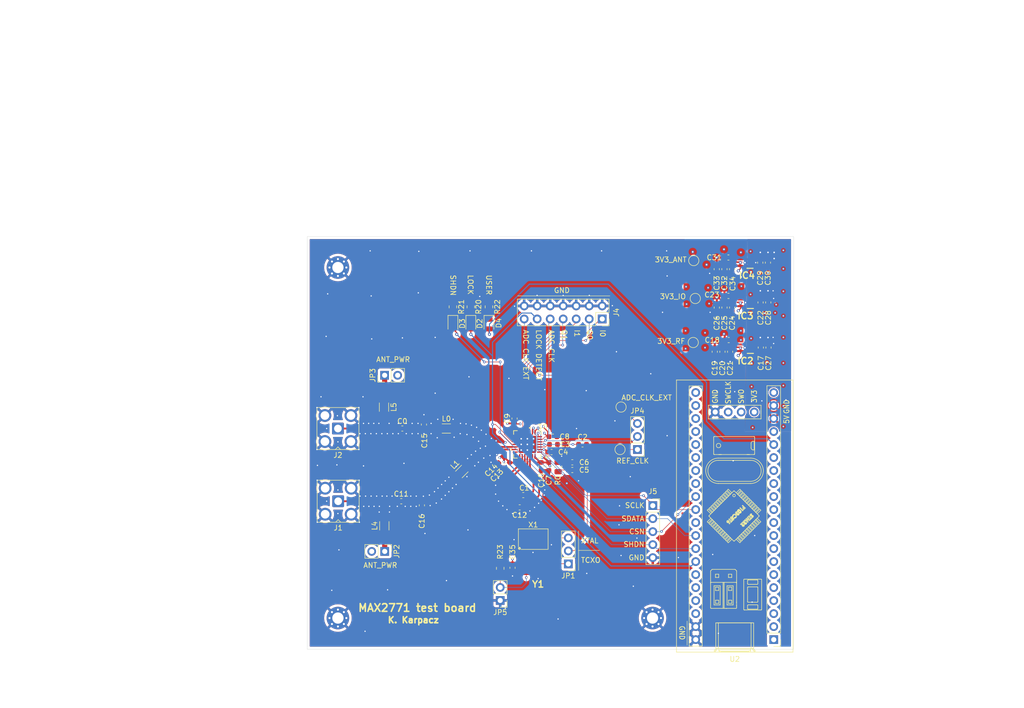
<source format=kicad_pcb>
(kicad_pcb (version 20241229) (generator "pcbnew") (generator_version "9.0")
  (layers (0 "F.Cu" signal) (4 "In1.Cu" signal) (6 "In2.Cu" signal) (2 "B.Cu" signal) (13 "F.Paste" user) (15 "B.Paste" user) (5 "F.SilkS" user "F.Silkscreen") (7 "B.SilkS" user "B.Silkscreen") (1 "F.Mask" user) (3 "B.Mask" user) (25 "Edge.Cuts" user))
  (net 0 "")
  (net 1 "Net-(JP1-B)")
  (net 2 "Net-(JP5-B)")
  (net 3 "GND")
  (net 4 "/REF_CLK_A")
  (net 5 "Net-(U1-CLKOUT)")
  (net 6 "/max2771/ANAINOUT")
  (net 7 "Net-(U1-LNAOUT_LO)")
  (net 8 "/RF_HIGH_BAND_IN_A")
  (net 9 "/A_SCLK")
  (net 10 "/A_CSN")
  (net 12 "/ADC_CLK_A")
  (net 13 "/max2771/ANAIPOUT")
  (net 14 "Net-(U1-LNAOUT_HI)")
  (net 15 "Net-(C0-Pad2)")
  (net 16 "Net-(U1-LNAIN_LO)")
  (net 17 "Net-(U1-MIXIN_LO)")
  (net 18 "/REF_CLK_OUT_A")
  (net 19 "Net-(U1-MIXIN_HI)")
  (net 20 "Net-(C5-Pad1)")
  (net 21 "/A_SDATA")
  (net 22 "Net-(U1-CPOUT)")
  (net 23 "/A_SHDN")
  (net 24 "Net-(U1-LNAIN_HI)")
  (net 25 "Net-(C11-Pad2)")
  (net 26 "Net-(U1-XTAL)")
  (net 27 "Net-(JP1-A)")
  (net 59 "/RF_LOW_BAND_IN_A")
  (net 61 "Net-(D2-K)")
  (net 62 "/A_I0")
  (net 63 "/A_Q0")
  (net 64 "/A_LOCK_DETECT")
  (net 65 "/A_Q1")
  (net 66 "/A_I1")
  (net 67 "+5V_USB")
  (net 68 "Net-(IC2-BP)")
  (net 69 "Net-(IC3-BP)")
  (net 70 "+3.3_ANT")
  (net 71 "Net-(IC4-BP)")
  (net 72 "+3.3V_RF")
  (net 73 "+3.3V_IO")
  (net 74 "Net-(D3-K)")
  (net 75 "/ADC_CLK_A_EXT")
  (net 76 "Net-(D4-K)")
  (net 77 "Net-(D4-A)")
  (net 78 "Net-(JP2-A)")
  (net 79 "Net-(JP3-A)")
  (footprint "footprints:21-0140L_T2855-8_MXM" (layer "F.Cu") (at 103 86.5 180)
    (property "Reference" "U1")
    (property "Value" "MAX2771ETI+")
  )
  (footprint "Capacitor_SMD:C_0603_1608Metric" (layer "F.Cu") (at 142.275 57.5 180)
    (property "Reference" "C23")
    (property "Value" "10nF")
  )
  (footprint "MAX8510EXK33+T:SOT65P210X110-5N" (layer "F.Cu") (at 145.54 51 180)
    (property "Reference" "IC4")
    (property "Value" "MAX8510EXK33+T" (hide yes))
  )
  (footprint "Diode_SMD:D_0805_2012Metric" (layer "F.Cu") (at 95.5 63 -90)
    (property "Reference" "D4")
    (property "Value" "LED")
  )
  (footprint "Capacitor_SMD:C_0603_1608Metric" (layer "F.Cu") (at 102.2 96.4 180)
    (property "Reference" "C1")
    (property "Value" "0.47nF")
  )
  (footprint "Capacitor_SMD:C_0603_1608Metric" (layer "F.Cu") (at 142.325 66.125 180)
    (property "Reference" "C18")
    (property "Value" "10nF")
  )
  (footprint "Connector_PinHeader_2.54mm:PinHeader_1x03_P2.54mm_Vertical" (layer "F.Cu") (at 124.5 87.5 180)
    (property "Reference" "JP4")
    (property "Value" "Jumper_3_Bridged12")
  )
  (footprint "Capacitor_SMD:C_0603_1608Metric" (layer "F.Cu") (at 78.375 97.6)
    (property "Reference" "C11")
    (property "Value" "0.47nF")
  )
  (footprint "Connector_PinHeader_2.54mm:PinHeader_1x02_P2.54mm_Vertical" (layer "F.Cu") (at 75.14 107.4 -90)
    (property "Reference" "JP2")
    (property "Value" "Jumper_2_Bridged")
  )
  (footprint "Capacitor_SMD:C_0603_1608Metric" (layer "F.Cu") (at 99 90.6 45)
    (property "Reference" "C13")
    (property "Value" "0.1μF")
  )
  (footprint "Diode_SMD:D_0805_2012Metric" (layer "F.Cu") (at 91.96 63 -90)
    (property "Reference" "D2")
    (property "Value" "LED")
  )
  (footprint "Capacitor_SMD:C_0603_1608Metric" (layer "F.Cu") (at 97.9 89.575 45)
    (property "Reference" "C14")
    (property "Value" "0.1nF")
  )
  (footprint "Diode_SMD:D_0805_2012Metric" (layer "F.Cu") (at 88.46 63 -90)
    (property "Reference" "D3")
    (property "Value" "LED")
  )
  (footprint "Capacitor_SMD:C_0603_1608Metric" (layer "F.Cu") (at 82.4 98.4 90)
    (property "Reference" "C16")
    (property "Value" "1.1 pF")
  )
  (footprint "MountingHole:MountingHole_2.2mm_M2_Pad_Via" (layer "F.Cu") (at 127.45 120.416726)
    (property "Reference" "H3" (hide yes))
    (property "Value" "MountingHole_Pad")
  )
  (footprint "Capacitor_SMD:C_0603_1608Metric" (layer "F.Cu") (at 78.575 83.4)
    (property "Reference" "C0")
    (property "Value" "0.47nF")
  )
  (footprint "Capacitor_SMD:C_0603_1608Metric" (layer "F.Cu") (at 142.99 52.275 -90)
    (property "Reference" "C34")
    (property "Value" "1μF")
  )
  (footprint "ATX-H11-F-24.000MHz-F25-T:ATXH11F24000MHzF25T" (layer "F.Cu") (at 104 110.6)
    (property "Reference" "Y1")
    (property "Value" "ATX-H11-F-24.000MHz-F25-T" (hide yes))
  )
  (footprint "Connector_PinHeader_2.54mm:PinHeader_1x02_P2.54mm_Vertical" (layer "F.Cu") (at 97.7 116.975 180)
    (property "Reference" "JP5")
    (property "Value" "Jumper_2_Open")
  )
  (footprint "Connector_PinSocket_2.54mm:PinSocket_1x05_P2.54mm_Vertical" (layer "F.Cu") (at 127.5 98.46)
    (property "Reference" "J5")
    (property "Value" "Conn_01x05_Socket")
  )
  (footprint "Capacitor_SMD:C_0603_1608Metric" (layer "F.Cu") (at 143 59.775 -90)
    (property "Reference" "C24")
    (property "Value" "0.1μF")
  )
  (footprint "Inductor_SMD:L_1206_3216Metric" (layer "F.Cu") (at 75.065 102.4 90)
    (property "Reference" "L4")
    (property "Value" "5.6nH")
  )
  (footprint "Capacitor_SMD:C_0603_1608Metric" (layer "F.Cu") (at 107.725 88)
    (property "Reference" "C4")
    (property "Value" "0.1μF")
  )
  (footprint "Capacitor_SMD:C_0603_1608Metric" (layer "F.Cu") (at 113.775 86.5)
    (property "Reference" "C2")
    (property "Value" "10nF")
  )
  (footprint "TestPoint:TestPoint_Pad_D1.5mm" (layer "F.Cu") (at 135.8 58)
    (property "Reference" "TP3" (hide yes))
    (property "Value" "3V3_IO")
  )
  (footprint "TestPoint:TestPoint_Pad_D1.5mm" (layer "F.Cu") (at 135.5 50.6)
    (property "Reference" "TP1" (hide yes))
    (property "Value" "3V3_ANT")
  )
  (footprint "Capacitor_SMD:C_0603_1608Metric" (layer "F.Cu") (at 142.265 50 180)
    (property "Reference" "C31")
    (property "Value" "10nF")
  )
  (footprint "Connector_PinHeader_2.54mm:PinHeader_1x02_P2.54mm_Vertical" (layer "F.Cu") (at 75.125 73 90)
    (property "Reference" "JP3")
    (property "Value" "Jumper_2_Bridged")
  )
  (footprint "TestPoint:TestPoint_Pad_D1.5mm" (layer "F.Cu") (at 135.4 66.6 180)
    (property "Reference" "TP2" (hide yes))
    (property "Value" "3V3_RF")
  )
  (footprint "Capacitor_SMD:C_0603_1608Metric" (layer "F.Cu") (at 100.1 110.6 90)
    (property "Reference" "C35")
    (property "Value" "10nF")
  )
  (footprint "BluePill:YAAJ_BluePill_SWD_1" (layer "F.Cu") (at 151.12 124.63 180)
    (property "Reference" "U2")
    (property "Value" "YAAJ_BluePill_SWD_Breakout" (hide yes))
  )
  (footprint "Capacitor_SMD:C_0603_1608Metric" (layer "F.Cu") (at 108 85)
    (property "Reference" "C8")
    (property "Value" "0.1μF")
  )
  (footprint "Capacitor_SMD:C_0603_1608Metric" (layer "F.Cu") (at 139.6 68.4 -90)
    (property "Reference" "C19")
    (property "Value" "0.1μF")
  )
  (footprint "MAX8510EXK33+T:SOT65P210X110-5N" (layer "F.Cu") (at 145.6 67.625 180)
    (property "Reference" "IC2")
    (property "Value" "MAX8510EXK33+T" (hide yes))
  )
  (footprint "Inductor_SMD:L_1206_3216Metric" (layer "F.Cu") (at 87.175 83.4)
    (property "Reference" "L0")
    (property "Value" "5.6 nH")
  )
  (footprint "Capacitor_SMD:C_0603_1608Metric" (layer "F.Cu") (at 82.8 82.625 -90)
    (property "Reference" "C15")
    (property "Value" "1.7 pF")
  )
  (footprint "Inductor_SMD:L_1206_3216Metric" (layer "F.Cu") (at 75 79.225 -90)
    (property "Reference" "L5")
    (property "Value" "5.6nH")
  )
  (footprint "MountingHole:MountingHole_2.2mm_M2_Pad_Via" (layer "F.Cu") (at 66 120.416726)
    (property "Reference" "H2" (hide yes))
    (property "Value" "MountingHole_Pad")
  )
  (footprint "Capacitor_SMD:C_0603_1608Metric" (layer "F.Cu") (at 142.6 68.4 -90)
    (property "Reference" "C21")
    (property "Value" "1μF")
  )
  (footprint "Resistor_SMD:R_0805_2012Metric" (layer "F.Cu") (at 95.5 59.635 -90)
    (property "Reference" "R22")
    (property "Value" "1k")
  )
  (footprint "Resistor_SMD:R_0805_2012Metric" (layer "F.Cu") (at 91.96 59.635 -90)
    (property "Reference" "R20")
    (property "Value" "1k")
  )
  (footprint "Capacitor_SMD:C_0603_1608Metric" (layer "F.Cu") (at 148.49 51 90)
    (property "Reference" "C29")
    (property "Value" "1μF")
  )
  (footprint "TestPoint:TestPoint_Pad_D1.5mm" (layer "F.Cu") (at 121.3 79.2)
    (property "Reference" "TP4" (hide yes))
    (property "Value" "ADC_CLK_EXT")
  )
  (footprint "MAX8510EXK33+T:SOT65P210X110-5N" (layer "F.Cu") (at 145.6 58.85 180)
    (property "Reference" "IC3")
    (property "Value" "MAX8510EXK33+T" (hide yes))
  )
  (footprint "Capacitor_SMD:C_0603_1608Metric" (layer "F.Cu") (at 149.99 51 -90)
    (property "Reference" "C30")
    (property "Value" "0.1μF")
  )
  (footprint "Capacitor_SMD:C_0603_1608Metric" (layer "F.Cu") (at 105.7 90.8 90)
    (property "Reference" "C10")
    (property "Value" "0.1μF")
  )
  (footprint "Connector_PinSocket_2.54mm:PinSocket_2x07_P2.54mm_Vertical" (layer "F.Cu") (at 117.62 62 -90)
    (property "Reference" "J4")
    (property "Value" "Conn_02x07_Odd_Even")
  )
  (footprint "Capacitor_SMD:C_0603_1608Metric" (layer "F.Cu") (at 148.55 58.775 -90)
    (property "Reference" "C22")
    (property "Value" "0.1μF")
  )
  (footprint "PCM_Crystal_AKL:Crystal_SMD_5032-4Pin_5.0x3.2mm" (layer "F.Cu") (at 104.15 105)
    (property "Reference" "X1")
    (property "Value" "16.368MHz" (hide yes))
  )
  (footprint "Capacitor_SMD:C_0603_1608Metric" (layer "F.Cu") (at 111.775 90)
    (property "Reference" "C6")
    (property "Value" "15pF")
  )
  (footprint "Resistor_SMD:R_0805_2012Metric" (layer "F.Cu") (at 109 90.9125 90)
    (property "Reference" "R0")
    (property "Value" "15k")
  )
  (footprint "MountingHole:MountingHole_2.2mm_M2_Pad_Via" (layer "F.Cu") (at 66 51.95)
    (property "Reference" "H1" (hide yes))
    (property "Value" "MountingHole_Pad")
  )
  (footprint "Resistor_SMD:R_0805_2012Metric" (layer "F.Cu") (at 97.7 110.7 90)
    (property "Reference" "R23")
    (property "Value" "25k")
  )
  (footprint "Capacitor_SMD:C_0603_1608Metric" (layer "F.Cu") (at 141.49 52.275 -90)
    (property "Reference" "C32")
    (property "Value" "0.1μF")
  )
  (footprint "Capacitor_SMD:C_0603_1608Metric" (layer "F.Cu") (at 101.5 98.8 180)
    (property "Reference" "C12")
    (property "Value" "0.47nF")
  )
  (footprint "Capacitor_SMD:C_0603_1608Metric" (layer "F.Cu") (at 141.1 68.4 -90)
    (property "Reference" "C20")
    (property "Value" "10nF")
  )
  (footprint "Inductor_SMD:L_1206_3216Metric" (layer "F.Cu") (at 90.2 91.8 45)
    (property "Reference" "L1")
    (property "Value" "8.4 nH")
  )
  (footprint "Capacitor_SMD:C_0603_1608Metric" (layer "F.Cu") (at 141.5 59.775 -90)
    (property "Reference" "C25")
    (property "Value" "10nF")
  )
  (footprint "Capacitor_SMD:C_0603_1608Metric" (layer "F.Cu") (at 150.05 58.775 90)
    (property "Reference" "C28")
    (property "Value" "1μF")
  )
  (footprint "Connector_PinHeader_2.54mm:PinHeader_1x03_P2.54mm_Vertical" (layer "F.Cu") (at 111 109.84 180)
    (property "Reference" "JP1")
    (property "Value" "Jumper_3_Bridged12")
  )
  (footprint "Capacitor_SMD:C_0603_1608Metric" (layer "F.Cu") (at 150.1 67.585 90)
    (property "Reference" "C27")
    (property "Value" "1μF")
  )
  (footprint "Capacitor_SMD:C_0603_1608Metric" (layer "F.Cu") (at 107.2 90.8 -90)
    (property "Reference" "C7")
    (property "Value" "0.1μF")
  )
  (footprint "Capacitor_SMD:C_0603_1608Metric" (layer "F.Cu") (at 139.99 52.275 -90)
    (property "Reference" "C33")
    (property "Value" "10nF")
  )
  (footprint "Capacitor_SMD:C_0603_1608Metric" (layer "F.Cu") (at 111.775 91.5)
    (property "Reference" "C5")
    (property "Value" "0.75nF")
  )
  (footprint "Capacitor_SMD:C_0603_1608Metric" (layer "F.Cu") (at 108.1 86.5)
    (property "Reference" "C3")
    (property "Value" "10nF")
  )
  (footprint "Connector_Coaxial:SMA_Amphenol_901-143_Horizontal" (layer "F.Cu") (at 66 83.4 90)
    (property "Reference" "J2")
    (property "Value" "Conn_Coaxial")
  )
  (footprint "TestPoint:TestPoint_Pad_D1.5mm" (layer "F.Cu") (at 121.1 87.5)
    (property "Reference" "TP5" (hide yes))
    (property "Value" "REF_CLK")
  )
  (footprint "Connector_Coaxial:SMA_Amphenol_901-143_Horizontal" (layer "F.Cu") (at 66.05 97.6 90)
    (property "Reference" "J1")
    (property "Value" "Conn_Coaxial")
  )
  (footprint "Capacitor_SMD:C_0603_1608Metric" (layer "F.Cu") (at 100.5 81.45 90)
    (property "Reference" "C9")
    (property "Value" "0.1μF")
  )
  (footprint "Capacitor_SMD:C_0603_1608Metric" (layer "F.Cu") (at 148.6 67.585 -90)
    (property "Reference" "C17")
    (property "Value" "0.1μF")
  )
  (footprint "Capacitor_SMD:C_0603_1608Metric" (layer "F.Cu") (at 140 59.775 -90)
    (property "Reference" "C26")
    (property "Value" "1μF")
  )
  (footprint "Resistor_SMD:R_0805_2012Metric" (layer "F.Cu") (at 88.46 59.635 -90)
    (property "Reference" "R21")
    (property "Value" "1k")
  )
  (gr_line (start 113 107.2) (end 113 111.1) (stroke (width 0.1)) (layer "F.SilkS"))
  (gr_line (start 113 107.2) (end 117.1 107.2) (stroke (width 0.1)) (layer "F.SilkS"))
  (gr_line (start 134.2 121) (end 134.2 125.7) (stroke (width 0.1)) (layer "F.SilkS"))
  (gr_line (start 113 103.4) (end 113 107.2) (stroke (width 0.1)) (layer "F.SilkS"))
  (gr_rect (start 60 45.9) (end 155 126.5) (stroke (width 0.05)) (fill no) (layer "Edge.Cuts"))
  (gr_text "LOCK" (at 91.3 53.3 270) (layer "F.SilkS") (effects (font (size 1 1)) (justify left bottom)))
  (gr_text "USER" (at 94.9 53.3 270) (layer "F.SilkS") (effects (font (size 1 1)) (justify left bottom)))
  (gr_text "MAX2771 test board" (at 69.8 119.3 0) (layer "F.SilkS") (effects (font (size 1.5 1.5) (thickness 0.3) (bold yes)) (justify left bottom)))
  (gr_text "SHDN" (at 87.9 53.3 270) (layer "F.SilkS") (effects (font (size 1 1)) (justify left bottom)))
  (gr_text "SCLK" (at 122 99 0) (layer "F.SilkS") (effects (font (size 1 1)) (justify left bottom)))
  (gr_text "ANT_PWR" (at 70.9 110.7 0) (layer "F.SilkS") (effects (font (size 1 1)) (justify left bottom)))
  (gr_text "ANT_PWR" (at 73.4 70.5 0) (layer "F.SilkS") (effects (font (size 1 1)) (justify left bottom)))
  (gr_text "XTAL" (at 113.4 105.9 0) (layer "F.SilkS") (effects (font (size 1 1)) (justify left bottom)))
  (gr_text "TCXO" (at 113.4 109.7 0) (layer "F.SilkS") (effects (font (size 1 1)) (justify left bottom)))
  (gr_text "K. Karpacz" (at 75.6 121.5 0) (layer "F.SilkS") (effects (font (size 1.2 1.2) (thickness 0.3) (bold yes)) (justify left bottom)))
  (gr_text "SHDN" (at 121.7 106.6 0) (layer "F.SilkS") (effects (font (size 1 1)) (justify left bottom)))
  (gr_text "GND" (at 122.7 109.2 0) (layer "F.SilkS") (effects (font (size 1 1)) (justify left bottom)))
  (gr_text "SDATA" (at 121.3 101.6 0) (layer "F.SilkS") (effects (font (size 1 1)) (justify left bottom)))
  (gr_text "CSN" (at 122.8 104.1 0) (layer "F.SilkS") (effects (font (size 1 1)) (justify left bottom)))
  (segment (start 108.7 104) (end 105.8 104) (width 0.1) (layer "F.Cu") (net 1))
  (segment (start 105.9 104.1) (end 105.8 104) (width 0.1) (layer "F.Cu") (net 1))
  (segment (start 110.94 104.7) (end 111 104.76) (width 0.1) (layer "F.Cu") (net 1))
  (segment (start 109.46 104.76) (end 108.7 104) (width 0.1) (layer "F.Cu") (net 1))
  (segment (start 111 104.76) (end 109.46 104.76) (width 0.1) (layer "F.Cu") (net 1))
  (segment (start 102.8 111.5) (end 102.9 111.4) (width 0.1) (layer "F.Cu") (net 2))
  (segment (start 102.8 112.5) (end 102.8 111.5) (width 0.1) (layer "F.Cu") (net 2))
  (segment (start 97.7 111.6125) (end 97.7 114.435) (width 0.1) (layer "F.Cu") (net 2))
  (via (at 102.8 112.5) (size 0.5) (drill 0.25) (layers "F.Cu" "B.Cu") (net 2))
  (segment (start 101.965 114.435) (end 102.8 113.6) (width 0.1) (layer "B.Cu") (net 2))
  (segment (start 97.7 114.435) (end 101.965 114.435) (width 0.1) (layer "B.Cu") (net 2))
  (segment (start 102.8 113.6) (end 102.8 112.5) (width 0.1) (layer "B.Cu") (net 2))
  (segment (start 141.1 70.225) (end 141 70.325) (width 0.2) (layer "F.Cu") (net 3))
  (segment (start 146.49 51) (end 147.6 51) (width 0.2) (layer "F.Cu") (net 3))
  (segment (start 145.65 58.85) (end 145.6 58.8) (width 0.2) (layer "F.Cu") (net 3))
  (segment (start 109.3 88.8) (end 108.5 88) (width 0.3493) (layer "F.Cu") (net 3))
  (segment (start 140 60.55) (end 140 61.8) (width 0.2) (layer "F.Cu") (net 3))
  (segment (start 141.1 69.175) (end 141.1 70.225) (width 0.2) (layer "F.Cu") (net 3))
  (segment (start 146.55 67.625) (end 147.302 67.625) (width 0.2) (layer "F.Cu") (net 3))
  (segment (start 109.7 88.8) (end 109.3 88.8) (width 0.3493) (layer "F.Cu") (net 3))
  (segment (start 148.6 66.81) (end 150.1 66.81) (width 0.2) (layer "F.Cu") (net 3))
  (segment (start 146.55 67.625) (end 145.5 67.625) (width 0.2) (layer "F.Cu") (net 3))
  (segment (start 105.7 92.1) (end 105.7 91.575) (width 0.3493) (layer "F.Cu") (net 3))
  (segment (start 148.6 65.725) (end 148.5 65.625) (width 0.2) (layer "F.Cu") (net 3))
  (segment (start 141.1 69.175) (end 139.6 69.175) (width 0.2) (layer "F.Cu") (net 3))
  (segment (start 148.375 50.225) (end 147.6 51) (width 0.2) (layer "F.Cu") (net 3))
  (segment (start 149.99 49.01) (end 150 49) (width 0.2) (layer "F.Cu") (net 3))
  (segment (start 105.1 112.7) (end 105.1 111.4) (width 0.1) (layer "F.Cu") (net 3))
  (segment (start 148.117 66.81) (end 148.6 66.81) (width 0.2) (layer "F.Cu") (net 3))
  (segment (start 148.6 66.81) (end 148.6 65.725) (width 0.2) (layer "F.Cu") (net 3))
  (segment (start 150.1 65.725) (end 150 65.625) (width 0.2) (layer "F.Cu") (net 3))
  (segment (start 141.49 53.05) (end 142.99 53.05) (width 0.2) (layer "F.Cu") (net 3))
  (segment (start 142.6 69.175) (end 142.6 70.325) (width 0.2) (layer "F.Cu") (net 3))
  (segment (start 141.5 61.7) (end 141.4 61.8) (width 0.2) (layer "F.Cu") (net 3))
  (segment (start 143 60.55) (end 143 61.8) (width 0.2) (layer "F.Cu") (net 3))
  (segment (start 139.6 69.175) (end 139.6 70.325) (width 0.2) (layer "F.Cu") (net 3))
  (segment (start 139.99 53.05) (end 141.49 53.05) (width 0.2) (layer "F.Cu") (net 3))
  (segment (start 148.49 50.225) (end 148.375 50.225) (width 0.2) (layer "F.Cu") (net 3))
  (segment (start 146.49 51) (end 145.5 51) (width 0.2) (layer "F.Cu") (net 3))
  (segment (start 140 60.55) (end 141.5 60.55) (width 0.2) (layer "F.Cu") (net 3))
  (segment (start 149.99 50.225) (end 149.99 49.01) (width 0.2) (layer "F.Cu") (net 3))
  (segment (start 141.5 60.55) (end 143 60.55) (width 0.2) (layer "F.Cu") (net 3))
  (segment (start 100.1 111.375) (end 100.1 112.2) (width 0.2) (layer "F.Cu") (net 3))
  (segment (start 148.49 50.225) (end 148.49 49.01) (width 0.2) (layer "F.Cu") (net 3))
  (segment (start 148.49 49.01) (end 148.5 49) (width 0.2) (layer "F.Cu") (net 3))
  (segment (start 106.3 92.7) (end 105.7 92.1) (width 0.3493) (layer "F.Cu") (net 3))
  (segment (start 142.6 69.175) (end 141.1 69.175) (width 0.2) (layer "F.Cu") (net 3))
  (segment (start 106.8 92.7) (end 106.3 92.7) (width 0.3493) (layer "F.Cu") (net 3))
  (segment (start 146.55 58.85) (end 145.65 58.85) (width 0.2) (layer "F.Cu") (net 3))
  (segment (start 147.302 67.625) (end 148.117 66.81) (width 0.2) (layer "F.Cu") (net 3))
  (segment (start 141.5 60.55) (end 141.5 61.7) (width 0.2) (layer "F.Cu") (net 3))
  (segment (start 108.5 88) (end 108.9 88) (width 0.1) (layer "F.Cu") (net 3))
  (segment (start 150.1 66.81) (end 150.1 65.725) (width 0.2) (layer "F.Cu") (net 3))
  (via (at 100.1 100) (size 0.5) (drill 0.25) (layers "F.Cu" "B.Cu") (net 3))
  (via (at 142.6 70.325) (size 0.6) (drill 0.3) (layers "F.Cu" "B.Cu") (net 3))
  (via (at 80.5 84.4) (size 0.5) (drill 0.25) (layers "F.Cu" "B.Cu") (net 3))
  (via (at 76 82.4) (size 0.5) (drill 0.25) (layers "F.Cu" "B.Cu") (net 3))
  (via (at 71 90.7) (size 0.5) (drill 0.25) (layers "F.Cu" "B.Cu") (net 3))
  (via (at 103.8 48.7) (size 0.5) (drill 0.25) (layers "F.Cu" "B.Cu") (net 3))
  (via (at 66 86) (size 0.5) (drill 0.25) (layers "F.Cu" "B.Cu") (net 3))
  (via (at 85 65.6) (size 0.5) (drill 0.25) (layers "F.Cu" "B.Cu") (net 3))
  (via (at 148.5 56.5) (size 0.6) (drill 0.3) (layers "F.Cu" "B.Cu") (net 3))
  (via (at 70 82.4) (size 0.5) (drill 0.25) (layers "F.Cu" "B.Cu") (net 3))
  (via (at 96.9 85.8) (size 0.5) (drill 0.25) (layers "F.Cu" "B.Cu") (net 3))
  (via (at 81.65 82.4) (size 0.5) (drill 0.25) (layers "F.Cu" "B.Cu") (net 3))
  (via (at 107.7 106.1) (size 0.5) (drill 0.25) (layers "F.Cu" "B.Cu") (net 3))
  (via (at 66 100) (size 0.5) (drill 0.25) (layers "F.Cu" "B.Cu") (net 3))
  (via (at 151.2 49) (size 0.6) (drill 0.3) (layers "F.Cu" "B.Cu") (net 3))
  (via (at 64 57.1) (size 0.5) (drill 0.25) (layers "F.Cu" "B.Cu") (net 3))
  (via (at 106.3 96.4) (size 0.5) (drill 0.25) (layers "F.Cu" "B.Cu") (net 3))
  (via (at 72.5 57.5) (size 0.5) (drill 0.25) (layers "F.Cu" "B.Cu") (net 3))
  (via (at 86.963306 93.622479) (size 0.5) (drill 0.25) (layers "F.Cu" "B.Cu") (net 3))
  (via (at 103.5 99.5) (size 0.5) (drill 0.25) (layers "F.Cu" "B.Cu") (net 3))
  (via (at 92.736599 90.677615) (size 0.5) (drill 0.25) (layers "F.Cu" "B.Cu") (net 3))
  (via (at 71.363636 84.4) (size 0.5) (drill 0.25) (layers "F.Cu" "B.Cu") (net 3))
  (via (at 103 87.6) (size 0.6) (drill 0.3) (layers "F.Cu" "B.Cu") (net 3))
  (via (at 130.2 48.7) (size 0.5) (drill 0.25) (layers "F.Cu" "B.Cu") (net 3))
  (via (at 63.8 83.4) (size 0.5) (drill 0.25) (layers "F.Cu" "B.Cu") (net 3))
  (via (at 66 95.4) (size 0.5) (drill 0.25) (layers "F.Cu" "B.Cu") (net 3))
  (via (at 96.800301 94.489684) (size 0.5) (drill 0.25) (layers "F.Cu" "B.Cu") (net 3))
  (via (at 91.8 48.7) (size 0.5) (drill 0.25) (layers "F.Cu" "B.Cu") (net 3))
  (via (at 141.5 54.2) (size 0.5) (drill 0.25) (layers "F.Cu" "B.Cu") (net 3))
  (via (at 104.9 57.4) (size 0.5) (drill 0.25) (layers "F.Cu" "B.Cu") (net 3))
  (via (at 96.800301 96.210317) (size 0.5) (drill 0.25) (layers "F.Cu" "B.Cu") (net 3))
  (via (at 109.996104 57.4) (size 0.5) (drill 0.25) (layers "F.Cu" "B.Cu") (net 3))
  (via (at 71.3 123) (size 0.5) (drill 0.25) (layers "F.Cu" "B.Cu") (net 3))
  (via (at 151.2 50.2) (size 0.6) (drill 0.3) (layers "F.Cu" "B.Cu") (net 3))
  (via (at 81.7 56.9) (size 0.5) (drill 0.25) (layers "F.Cu" "B.Cu") (net 3))
  (via (at 84.2 82.4) (size 0.5) (drill 0.25) (layers "F.Cu" "B.Cu") (net 3))
  (via (at 139.6 70.325) (size 0.6) (drill 0.3) (layers "F.Cu" "B.Cu") (net 3))
  (via (at 113 93.6) (size 0.5) (drill 0.25) (layers "F.Cu" "B.Cu") (net 3))
  (via (at 84.857035 95.729177) (size 0.5) (drill 0.25) (layers "F.Cu" "B.Cu") (net 3))
  (via (at 72.6 65.9) (size 0.5) (drill 0.25) (layers "F.Cu" "B.Cu") (net 3))
  (via (at 102.7 100) (size 0.5) (drill 0.25) (layers "F.Cu" "B.Cu") (net 3))
  (via (at 89.890179 84.399699) (size 0.5) (drill 0.25) (layers "F.Cu" "B.Cu") (net 3))
  (via (at 82.4 100.2) (size 0.5) (drill 0.25) (layers "F.Cu" "B.Cu") (net 3))
  (via (at 91.4 103.2) (size 0.5) (drill 0.25) (layers "F.Cu" "B.Cu") (net 3))
  (via (at 86.255359 94.330426) (size 0.5) (drill 0.25) (layers "F.Cu" "B.Cu") (net 3))
  (via (at 112.6 83.4) (size 0.5) (drill 0.25) (layers "F.Cu" "B.Cu") (net 3))
  (via (at 85.21051 97.958258) (size 0.5) (drill 0.25) (layers "F.Cu" "B.Cu") (net 3))
  (via (at 104.1 107.6) (size 0.5) (drill 0.25) (layers "F.Cu" "B.Cu") (net 3))
  (via (at 61.95 93.5) (size 0.5) (drill 0.25) (layers "F.Cu" "B.Cu") (net 3))
  (via (at 150 56.5) (size 0.6) (drill 0.3) (layers "F.Cu" "B.Cu") (net 3))
  (via (at 153.5 77.8) (size 0.5) (drill 0.25) (layers "F.Cu" "B.Cu") (net 3))
  (via (at 76.065 99.7125) (size 0.5) (drill 0.25) (layers "F.Cu" "B.Cu") (net 3))
  (via (at 103 85.4) (size 0.6) (drill 0.3) (layers "F.Cu" "B.Cu") (net 3))
  (via (at 106.8 92.7) (size 0.5) (drill 0.25) (layers "F.Cu" "B.Cu") (net 3))
  (via (at 74.6446 96.6) (size 0.5) (drill 0.25) (layers "F.Cu" "B.Cu") (net 3))
  (via (at 72.48345 96.6) (size 0.5) (drill 0.25) (layers "F.Cu" "B.Cu") (net 3))
  (via (at 151.1 58) (size 0.5) (drill 0.25) (layers "F.Cu" "B.Cu") (net 3))
  (via (at 82.693606 96.6253) (size 0.5) (drill 0.25) (layers "F.Cu" "B.Cu") (net 3))
  (via (at 70.9 77.2) (size 0.5) (drill 0.25) (layers "F.Cu" "B.Cu") (net 3))
  (via (at 77.6 96.6) (size 0.5) (drill 0.25) (layers "F.Cu" "B.Cu") (net 3))
  (via (at 98.7 118.5) (size 0.5) (drill 0.25) (layers "F.Cu" "B.Cu") (net 3))
  (via (at 65.9 80.9) (size 0.5) (drill 0.25) (layers "F.Cu" "B.Cu") (net 3))
  (via (at 115.1 57.4) (size 0.5) (drill 0.25) (layers "F.Cu" "B.Cu") (net 3))
  (via (at 145.5 51) (size 0.6) (drill 0.3) (layers "F.Cu" "B.Cu") (net 3))
  (via (at 85.547412 95.038373) (size 0.5) (drill 0.25) (layers "F.Cu" "B.Cu") (net 3))
  (via (at 88.7 85.1) (size 0.5) (drill 0.25) (layers "F.Cu" "B.Cu") (net 3))
  (via (at 143.5 76.2) (size 0.5) (drill 0.25) (layers "F.Cu" "B.Cu") (net 3))
  (via (at 148.8 78) (size 0.5) (drill 0.25) (layers "F.Cu" "B.Cu") (net 3))
  (via (at 72.3 48.7) (size 0.5) (drill 0.25) (layers "F.Cu" "B.Cu") (net 3))
  (via (at 95.9 90) (size 0.5) (drill 0.25) (layers "F.Cu" "B.Cu") (net 3))
  (via (at 123.7 114.2) (size 0.5) (drill 0.25) (layers "F.Cu" "B.Cu") (net 3))
  (via (at 71.040625 98.6) (size 0.5) (drill 0.25) (layers "F.Cu" "B.Cu") (net 3))
  (via (at 99.1 80.6) (size 0.5) (drill 0.25) (layers "F.Cu" "B.Cu") (net 3))
  (via (at 79.15 96.6) (size 0.5) (drill 0.25) (layers "F.Cu" "B.Cu") (net 3))
  (via (at 93.815161 87.259633) (size 0.5) (drill 0.25) (layers "F.Cu" "B.Cu") (net 3))
  (via (at 76.1 98.6) (size 0.5) (drill 0.25) (layers "F.Cu" "B.Cu") (net 3))
  (via (at 73 82.4) (size 0.5) (drill 0.25) (layers "F.Cu" "B.Cu") (net 3))
  (via (at 89.1 90.8) (size 0.5) (drill 0.25) (layers "F.Cu" "B.Cu") (net 3))
  (via (at 81.65 84.4) (size 0.5) (drill 0.25) (layers "F.Cu" "B.Cu") (net 3))
  (via (at 148.5 65.625) (size 0.6) (drill 0.3) (layers "F.Cu" "B.Cu") (net 3))
  (via (at 78.6 65.7) (size 0.5) (drill 0.25) (layers "F.Cu" "B.Cu") (net 3))
  (via (at 61.9 79.3) (size 0.5) (drill 0.25) (layers "F.Cu" "B.Cu") (net 3))
  (via (at 143.2 89.7) (size 0.5) (drill 0.25) (layers "F.Cu" "B.Cu") (net 3))
  (via (at 78.9 90.2) (size 0.5) (drill 0.25) (layers "F.Cu" "B.Cu") (net 3))
  (via (at 80.225 96.6) (size 0.5) (drill 0.25) (layers "F.Cu" "B.Cu") (net 3))
  (via (at 143 61.8) (size 0.6) (drill 0.3) (layers "F.Cu" "B.Cu") (net 3))
  (via (at 114.5 76) (size 0.5) (drill 0.25) (layers "F.Cu" "B.Cu") (net 3))
  (via (at 120.1 81.9) (size 0.5) (drill 0.25) (layers "F.Cu" "B.Cu") (net 3))
  (via (at 130.3 53.6) (size 0.5) (drill 0.25) (layers "F.Cu" "B.Cu") (net 3))
  (via (at 63.7 65.4) (size 0.5) (drill 0.25) (layers "F.Cu" "B.Cu") (net 3))
  (via (at 109 120.6) (size 0.5) (drill 0.25) (layers "F.Cu" "B.Cu") (net 3))
  (via (at 99.017572 99.231358) (size 0.5) (drill 0.25) (layers "F.Cu" "B.Cu") (net 3))
  (via (at 62.7 77.2) (size 0.5) (drill 0.25) (layers "F.Cu" "B.Cu") (net 3))
  (via (at 93.7 57.6) (size 0.5) (drill 0.25) (layers "F.Cu" "B.Cu") (net 3))
  (via (at 81.8 48.8) (size 0.5) (drill 0.25) (layers "F.Cu" "B.Cu") (net 3))
  (via (at 146.9 117.3) (size 0.5) (drill 0.25) (layers "F.Cu" "B.Cu") (net 3))
  (via (at 74 82.4) (size 0.5) (drill 0.25) (layers "F.Cu" "B.Cu") (net 3))
  (via (at 143 54.2) (size 0.5) (drill 0.25) (layers "F.Cu" "B.Cu") (net 3))
  (via (at 85 76.5) (size 0.5) (drill 0.25) (layers "F.Cu" "B.Cu") (net 3))
  (via (at 98.2 98.5) (size 0.5) (drill 0.25) (layers "F.Cu" "B.Cu") (net 3))
  (via (at 63.8 97.6) (size 0.5) (drill 0.25) (layers "F.Cu" "B.Cu") (net 3))
  (via (at 120.9 102.2) (size 0.5) (drill 0.25) (layers "F.Cu" "B.Cu") (net 3))
  (via (at 71.402875 96.6) (size 0.5) (drill 0.25) (layers "F.Cu" "B.Cu") (net 3))
  (via (at 141 70.325) (size 0.6) (drill 0.3) (layers "F.Cu" "B.Cu") (net 3))
  (via (at 76.5777 96.6) (size 0.5) (drill 0.25) (layers "F.Cu" "B.Cu") (net 3))
  (via (at 97.012471 88.497049) (size 0.5) (drill 0.25) (layers "F.Cu" "B.Cu") (net 3))
  (via (at 85.5 81.6) (size 0.5) (drill 0.25) (layers "F.Cu" "B.Cu") (net 3))
  (via (at 145.6 58.8) (size 0.6) (drill 0.3) (layers "F.Cu" "B.Cu") (net 3))
  (via (at 81.3 96.6) (size 0.5) (drill 0.25) (layers "F.Cu" "B.Cu") (net 3))
  (via (at 104.4 98.8) (size 0.5) (drill 0.25) (layers "F.Cu" "B.Cu") (net 3))
  (via (at 79.15 98.6) (size 0.5) (drill 0.25) (layers "F.Cu" "B.Cu") (net 3))
  (via (at 73.564025 96.6) (size 0.5) (drill 0.25) (layers "F.Cu" "B.Cu") (net 3))
  (via (at 87.669573 95.74464) (size 0.5) (drill 0.25) (layers "F.Cu" "B.Cu") (net 3))
  (via (at 138.7 60.7) (size 0.5) (drill 0.25) (layers "F.Cu" "B.Cu") (net 3))
  (via (at 70.0325 98.6) (size 0.5) (drill 0.25) (layers "F.Cu" "B.Cu") (net 3))
  (via (at 83 103.9) (size 0.5) (drill 0.25) (layers "F.Cu" "B.Cu") (net 3))
  (via (at 101.5 100.1) (size 0.5) (drill 0.25) (layers "F.Cu" "B.Cu") (net 3))
  (via (at 120.4 68.4) (size 0.5) (drill 0.25) (layers "F.Cu" "B.Cu") (net 3))
  (via (at 84.019849 98.451446) (size 0.5) (drill 0.25) (layers "F.Cu" "B.Cu") (net 3))
  (via (at 62 90.6) (size 0.5) (drill 0.25) (layers "F.Cu" "B.Cu") (net 3))
  (via (at 92.081961 82.74578) (size 0.5) (drill 0.25) (layers "F.Cu" "B.Cu") (net 3))
  (via (at 100.4 105.1) (size 0.5) (drill 0.25) (layers "F.Cu" "B.Cu") (net 3))
  (via (at 140 61.8) (size 0.6) (drill 0.3) (layers "F.Cu" "B.Cu") (net 3))
  (via (at 92.421025 85.075329) (size 0.5) (drill 0.25) (layers "F.Cu" "B.Cu") (net 3))
  (via (at 87.671253 92.914532) (size 0.5) (drill 0.25) (layers "F.Cu" "B.Cu") (net 3))
  (via (at 77.8 84.4) (size 0.5) (drill 0.25) (layers "F.Cu" "B.Cu") (net 3))
  (via (at 127.1 72.7) (size 0.5) (drill 0.25) (layers "F.Cu" "B.Cu") (net 3))
  (via (at 81.3 98.6) (size 0.5) (drill 0.25) (layers "F.Cu" "B.Cu") (net 3))
  (via (at 77.6 98.6) (size 0.5) (drill 0.25) (layers "F.Cu" "B.Cu") (net 3))
  (via (at 114.6 111.7) (size 0.5) (drill 0.25) (layers "F.Cu" "B.Cu") (net 3))
  (via (at 76.727272 84.4) (size 0.5) (drill 0.25) (layers "F.Cu" "B.Cu") (net 3))
  (via (at 88.5 81.6) (size 0.5) (drill 0.25) (layers "F.Cu" "B.Cu") (net 3))
  (via (at 124.4 104.8) (size 0.5) (drill 0.25) (layers "F.Cu" "B.Cu") (net 3))
  (via (at 87.2 113.1) (size 0.5) (drill 0.25) (layers "F.Cu" "B.Cu") (net 3))
  (via (at 95.978976 85.32467) (size 0.5) (drill 0.25) (layers "F.Cu" "B.Cu") (net 3))
  (via (at 75.5554 96.6) (size 0.5) (drill 0.25) (layers "F.Cu" "B.Cu") (net 3))
  (via (at 65.8 90.5) (size 0.5) (drill 0.25) (layers "F.Cu" "B.Cu") (net 3))
  (via (at 148.5 49) (size 0.6) (drill 0.3) (layers "F.Cu" "B.Cu") (net 3))
  (via (at 73.50909 84.4) (size 0.5) (drill 0.25) (layers "F.Cu" "B.Cu") (net 3))
  (via (at 104.2 86.5) (size 0.6) (drill 0.3) (layers "F.Cu" "B.Cu") (net 3))
  (via (at 61.963407 101.7) (size 0.5) (drill 0.25) (layers "F.Cu" "B.Cu") (net 3))
  (via (at 104.2 85.4) (size 0.6) (drill 0.3) (layers "F.Cu" "B.Cu") (net 3))
  (via (at 151.1 66.8) (size 0.5) (drill 0.25) (layers "F.Cu" "B.Cu") (net 3))
  (via (at 150 65.625) (size 0.6) (drill 0.3) (layers "F.Cu" "B.Cu") (net 3))
  (via (at 140 76.1) (size 0.5) (drill 0.25) (layers "F.Cu" "B.Cu") (net 3))
  (via (at 73.056875 98.6) (size 0.5) (drill 0.25) (layers "F.Cu" "B.Cu") (net 3))
  (via (at 88.37752 95.036693) (size 0.5) (drill 0.25) (layers "F.Cu" "B.Cu") (net 3))
  (via (at 79.35 84.4) (size 0.5) (drill 0.25) (layers "F.Cu" "B.Cu") (net 3))
  (via (at 79.35 82.4) (size 0.5) (drill 0.25) (layers "F.Cu" "B.Cu") (net 3))
  (via (at 147.4 104.3) (size 0.5) (drill 0.25) (layers "F.Cu" "B.Cu") (net 3))
  (via (at 80.5 82.4) (size 0.5) (drill 0.25) (layers "F.Cu" "B.Cu") (net 3))
  (via (at 83.866082 96.396357) (size 0.5) (drill 0.25) (layers "F.Cu" "B.Cu") (net 3))
  (via (at 72.436363 84.4) (size 0.5) (drill 0.25) (layers "F.Cu" "B.Cu") (net 3))
  (via (at 105.2 98) (size 0.5) (drill 0.25) (layers "F.Cu" "B.Cu") (net 3))
  (via (at 66.2 107.1) (size 0.5) (drill 0.25) (layers "F.Cu" "B.Cu") (net 3))
  (via (at 97.368651 97.582439) (size 0.5) (drill 0.25) (layers "F.Cu" "B.Cu") (net 3))
  (via (at 74.065 99.7125) (size 0.5) (drill 0.25) (layers "F.Cu" "B.Cu") (net 3))
  (via (at 145.5 67.625) (size 0.6) (drill 0.3) (layers "F.Cu" "B.Cu") (net 3))
  (via (at 119.6 59.4) (size 0.5) (drill 0.25) (layers "F.Cu" "B.Cu") (net 3))
  (via (at 70.1 87.5) (size 0.5) (drill 0.25) (layers "F.Cu" "B.Cu") (net 3))
  (via (at 110.7 94.1) (size 0.5) (drill 0.25) (layers "F.Cu" "B.Cu") (net 3))
  (via (at 70.15 93.5) (size 0.5) (drill 0.25) (layers "F.Cu" "B.Cu") (net 3))
  (via (at 138.6 53.1) (size 0.5) (drill 0.25) (layers "F.Cu" "B.Cu") (net 3))
  (via (at 86.236111 97.177677) (size 0.5) (drill 0.25) (layers "F.Cu" "B.Cu") (net 3))
  (via (at 71 82.4) (size 0.5) (drill 0.25) (layers "F.Cu" "B.Cu") (net 3))
  (via (at 105.7 97.4) (size 0.5) (drill 0.25) (layers "F.Cu" "B.Cu") (net 3))
  (via (at 97.368641 93.117572) (size 0.5) (drill 0.25) (layers "F.Cu" "B.Cu") (net 3))
  (via (at 70.2 101.7) (size 0.5) (drill 0.25) (layers "F.Cu" "B.Cu") (net 3))
  (via (at 106.3 93.6) (size 0.5) (drill 0.25) (layers "F.Cu" "B.Cu") (net 3))
  (via (at 101.8 85.4) (size 0.6) (drill 0.3) (layers "F.Cu" "B.Cu") (net 3))
  (via (at 82.8 84.4) (size 0.5) (drill 0.25) (layers "F.Cu" "B.Cu") (net 3))
  (via (at 101.8 87.6) (size 0.6) (drill 0.3) (layers "F.Cu" "B.Cu") (net 3))
  (via (at 140.30359 123.4) (size 0.5) (drill 0.25) (layers "F.Cu" "B.Cu") (net 3))
  (via (at 99.4 73.6) (size 0.5) (drill 0.25) (layers "F.Cu" "B.Cu") (net 3))
  (via (at 140 54.2) (size 0.5) (drill 0.25) (layers "F.Cu" "B.Cu") (net 3))
  (via (at 89.939259 82.400301) (size 0.5) (drill 0.25) (layers "F.Cu" "B.Cu") (net 3))
  (via (at 61.9 87.5) (size 0.5) (drill 0.25) (layers "F.Cu" "B.Cu") (net 3))
  (via (at 85.4 85.2) (size 0.5) (drill 0.25) (layers "F.Cu" "B.Cu") (net 3))
  (via (at 144.8 53.8) (size 0.5) (drill 0.25) (layers "F.Cu" "B.Cu") (net 3))
  (via (at 101.8 86.5) (size 0.6) (drill 0.3) (layers "F.Cu" "B.Cu") (net 3))
  (via (at 151 65.6) (size 0.5) (drill 0.25) (layers "F.Cu" "B.Cu") (net 3))
  (via (at 150 49) (size 0.6) (drill 0.3) (layers "F.Cu" "B.Cu") (net 3))
  (via (at 70.1 79.3) (size 0.5) (drill 0.25) (layers "F.Cu" "B.Cu") (net 3))
  (via (at 97.5 92) (size 0.5) (drill 0.25) (layers "F.Cu" "B.Cu") (net 3))
  (via (at 96.5 91) (size 0.5) (drill 0.25) (layers "F.Cu" "B.Cu") (net 3))
  (via (at 109.7 88.8) (size 0.5) (drill 0.25) (layers "F.Cu" "B.Cu") (net 3))
  (via (at 93.434829 89.978957) (size 0.5) (drill 0.25) (layers "F.Cu" "B.Cu") (net 3))
  (via (at 94.82069 86.843129) (size 0.5) (drill 0.25) (layers "F.Cu" "B.Cu") (net 3))
  (via (at 123.1 92.8) (size 0.5) (drill 0.25) (layers "F.Cu" "B.Cu") (net 3))
  (via (at 70.3223 96.6) (size 0.5) (drill 0.25) (layers "F.Cu" "B.Cu") (net 3))
  (via (at 106.3 94.5) (size 0.5) (drill 0.25) (layers "F.Cu" "B.Cu") (net 3))
  (via (at 104.2 87.6) (size 0.6) (drill 0.3) (layers "F.Cu" "B.Cu") (net 3))
  (via (at 94.932182 84.518393) (size 0.5) (drill 0.25) (layers "F.Cu" "B.Cu") (net 3))
  (via (at 82.8 80.7) (size 0.5) (drill 0.25) (layers "F.Cu" "B.Cu") (net 3))
  (via (at 84.2 84.4) (size 0.5) (drill 0.25) (layers "F.Cu" "B.Cu") (net 3))
  (via (at 94.481623 89.17268) (size 0.5) (drill 0.25) (layers "F.Cu" "B.Cu") (net 3))
  (via (at 106.4 75.8) (size 0.5) (drill 0.25) (layers "F.Cu" "B.Cu") (net 3))
  (via (at 89.085467 94.328746) (size 0.5) (drill 0.25) (layers "F.Cu" "B.Cu") (net 3))
  (via (at 117.5 48.7) (size 0.5) (drill 0.25) (layers "F.Cu" "B.Cu") (net 3))
  (via (at 91.024095 82.489732) (size 0.5) (drill 0.25) (layers "F.Cu" "B.Cu") (net 3))
  (via (at 129.4 60.7) (size 0.5) (drill 0.25) (layers "F.Cu" "B.Cu") (net 3))
  (via (at 139.2 108) (size 0.5) (drill 0.25) (layers "F.Cu" "B.Cu") (net 3))
  (via (at 91.2 92.8) (size 0.5) (drill 0.25) (layers "F.Cu" "B.Cu") (net 3))
  (via (at 92.886083 87.826603) (size 0.5) (drill 0.25) (layers "F.Cu" "B.Cu") (net 3))
  (via (at 141.4 61.8) (size 0.6) (drill 0.3) (layers "F.Cu" "B.Cu") (net 3))
  (via (at 121 98.5) (size 0.5) (drill 0.25) (layers "F.Cu" "B.Cu") (net 3))
  (via (at 86.961626 96.452587) (size 0.5) (drill 0.25) (layers "F.Cu" "B.Cu") (net 3))
  (via (at 93.087491 83.162284) (size 0.5) (drill 0.25) (layers "F.Cu" "B.Cu") (net 3))
  (via (at 92.055751 88.530459) (size 0.5) (drill 0.25) (layers "F.Cu" "B.Cu") (net 3))
  (via (at 106.4 95.4) (size 0.5) (drill 0.25) (layers "F.Cu" "B.Cu") (net 3))
  (via (at 94.016569 83.729256) (size 0.5) (drill 0.25) (layers "F.Cu" "B.Cu") (net 3))
  (via (at 93.467818 85.881606) (size 0.5) (drill 0.25) (layers "F.Cu" "B.Cu") (net 3))
  (via (at 103 86.5) (size 0.6) (drill 0.3) (layers "F.Cu" "B.Cu") (net 3))
  (via (at 121.3 108.2) (size 0.5) (drill 0.25) (layers "F.Cu" "B.Cu") (net 3))
  (via (at 146.8 78.1) (size 0.5) (drill 0.25) (layers "F.Cu" "B.Cu") (net 3))
  (via (at 72.04875 98.6) (size 0.5) (drill 0.25) (layers "F.Cu" "B.Cu") (net 3))
  (via (at 130.3 84.8) (size 0.5) (drill 0.25) (layers "F.Cu" "B.Cu") (net 3))
  (via (at 91.322385 89.263401) (size 0.5) (drill 0.25) (layers "F.Cu" "B.Cu") (net 3))
  (via (at 80.225 98.6) (size 0.5) (drill 0.25) (layers "F.Cu" "B.Cu") (net 3))
  (via (at 151 56.5) (size 0.5) (drill 0.25) (layers "F.Cu" "B.Cu") (net 3))
  (via (at 74.1 98.6) (size 0.5) (drill 0.25) (layers "F.Cu" "B.Cu") (net 3))
  (via (at 100.1 112.2) (size 0.5) (drill 0.25) (layers "F.Cu" "B.Cu") (net 3))
  (via (at 72 82.4) (size 0.5) (drill 0.25) (layers "F.Cu" "B.Cu") (net 3))
  (via (at 74.581818 84.4) (size 0.5) (drill 0.25) (layers "F.Cu" "B.Cu") (net 3))
  (via (at 95.702152 88.66712) (size 0.5) (drill 0.25) (layers "F.Cu" "B.Cu") (net 3))
  (via (at 75.654545 84.4) (size 0.5) (drill 0.25) (layers "F.Cu" "B.Cu") (net 3))
  (via (at 147.6 51) (size 0.5) (drill 0.25) (layers "F.Cu" "B.Cu") (net 3))
  (via (at 98.7 86.1) (size 0.5) (drill 0.25) (layers "F.Cu" "B.Cu") (net 3))
  (via (at 91.200496 84.56977) (size 0.5) (drill 0.25) (layers "F.Cu" "B.Cu") (net 3))
  (via (at 91.6 73.3) (size 0.5) (drill 0.25) (layers "F.Cu" "B.Cu") (net 3))
  (via (at 70.290909 84.4) (size 0.5) (drill 0.25) (layers "F.Cu" "B.Cu") (net 3))
  (via (at 132.5 108.6) (size 0.5) (drill 0.25) (layers "F.Cu" "B.Cu") (net 3))
  (via (at 100.5 59.5) (size 0.5) (drill 0.25) (layers "F.Cu" "B.Cu") (net 3))
  (via (at 105.1 112.7) (size 0.5) (drill 0.25) (layers "F.Cu" "B.Cu") (net 3))
  (via (at 77.8 82.4) (size 0.5) (drill 0.25) (layers "F.Cu" "B.Cu") (net 3))
  (via (at 75.7 114.9) (size 0.5) (drill 0.25) (layers "F.Cu" "B.Cu") (net 3))
  (via (at 64.8 115) (size 0.5) (drill 0.25) (layers "F.Cu" "B.Cu") (net 3))
  (segment (start 108.5 86.5) (end 110.1 88.1) (width 0.1) (layer "F.Cu") (net 4))
  (segment (start 114.7 104.7) (end 112.145 107.255) (width 0.1) (layer "F.Cu") (net 4))
  (segment (start 110.1 88.1) (end 113.6 88.1) (width 0.1) (layer "F.Cu") (net 4))
  (segment (start 113.6 88.1) (end 114.7 89.2) (width 0.1) (layer "F.Cu") (net 4))
  (segment (start 112.145 107.255) (end 111.0225 107.255) (width 0.1) (layer "F.Cu") (net 4))
  (segment (start 114.7 89.2) (end 114.7 104.7) (width 0.1) (layer "F.Cu") (net 4))
  (segment (start 111.9 86.5) (end 113 86.5) (width 0.1) (layer "F.Cu") (net 5))
  (segment (start 106.249294 86.5) (end 105.3749 86.5) (width 0.1) (layer "F.Cu") (net 5))
  (via (at 106.249294 86.5) (size 0.5) (drill 0.25) (layers "F.Cu" "B.Cu") (net 5))
  (via (at 111.9 86.5) (size 0.5) (drill 0.25) (layers "F.Cu" "B.Cu") (net 5))
  (segment (start 111.9 86.5) (end 112 86.5) (width 0.1) (layer "B.Cu") (net 5))
  (segment (start 106.249294 86.5) (end 111.9 86.5) (width 0.1) (layer "B.Cu") (net 5))
  (segment (start 97.8 96.185786) (end 97.8 94.514214) (width 0.3493) (layer "F.Cu") (net 7))
  (segment (start 101.999999 88.800001) (end 102 88.8) (width 0.2) (layer "F.Cu") (net 7))
  (segment (start 98.092893 93.807107) (end 101.707107 90.192893) (width 0.3493) (layer "F.Cu") (net 7))
  (segment (start 101.999999 89.4) (end 101.999999 89.499999) (width 0.2) (layer "F.Cu") (net 7))
  (segment (start 102 89.400001) (end 101.999999 89.4) (width 0.3493) (layer "F.Cu") (net 7))
  (segment (start 101.999999 88.8749) (end 101.999999 89.4) (width 0.2) (layer "F.Cu") (net 7))
  (segment (start 98.092893 96.892893) (end 99.707107 98.507107) (width 0.3493) (layer "F.Cu") (net 7))
  (segment (start 100.414214 98.8) (end 100.725 98.8) (width 0.3493) (layer "F.Cu") (net 7))
  (segment (start 101.999999 88.8749) (end 101.999999 88.800001) (width 0.2) (layer "F.Cu") (net 7))
  (segment (start 102 89.485786) (end 102 89.400001) (width 0.3493) (layer "F.Cu") (net 7))
  (arc (start 101.707107 90.192893) (mid 101.92388 89.868469) (end 102 89.485786) (width 0.3493) (layer "F.Cu") (net 7))
  (arc (start 97.8 94.514214) (mid 97.87612 94.131531) (end 98.092893 93.807107) (width 0.3493) (layer "F.Cu") (net 7))
  (arc (start 100.414214 98.8) (mid 100.031531 98.72388) (end 99.707107 98.507107) (width 0.3493) (layer "F.Cu") (net 7))
  (arc (start 98.092893 96.892893) (mid 97.87612 96.56847) (end 97.8 96.185786) (width 0.3493) (layer "F.Cu") (net 7))
  (segment (start 66 83.4) (end 75 83.4) (width 0.3493) (layer "F.Cu") (net 8))
  (segment (start 75 83.4) (end 77.8 83.4) (width 0.3493) (layer "F.Cu") (net 8))
  (segment (start 75 80.8) (end 75 83.4) (width 0.3493) (layer "F.Cu") (net 8))
  (segment (start 104.5251 83.8749) (end 104.5251 84.1) (width 0.2) (layer "F.Cu") (net 9))
  (segment (start 127.5 98.46) (end 127.5 98.3) (width 0.1) (layer "F.Cu") (net 9))
  (segment (start 127.5 98.3) (end 125.7 96.5) (width 0.1) (layer "F.Cu") (net 9))
  (segment (start 105.1 83.3) (end 104.5251 83.8749) (width 0.2) (layer "F.Cu") (net 9))
  (segment (start 104.5251 84.1) (end 104.5 84.1251) (width 0.2) (layer "F.Cu") (net 9))
  (segment (start 128.27 99.23) (end 127.5 98.46) (width 0.1) (layer "F.Cu") (net 9))
  (segment (start 125.7 96.6) (end 125.7 96.5) (width 0.2) (layer "F.Cu") (net 9))
  (segment (start 127.5 98.4) (end 127.4 98.3) (width 0.2) (layer "F.Cu") (net 9))
  (segment (start 127.5 98.46) (end 127.5 98.4) (width 0.2) (layer "F.Cu") (net 9))
  (segment (start 135.88 99.23) (end 128.27 99.23) (width 0.1) (layer "F.Cu") (net 9))
  (via (at 105.1 83.3) (size 0.5) (drill 0.25) (layers "F.Cu" "B.Cu") (net 9))
  (via (at 125.7 96.5) (size 0.5) (drill 0.25) (layers "F.Cu" "B.Cu") (net 9))
  (segment (start 105.1 83.3) (end 105.115593 83.315593) (width 0.1) (layer "B.Cu") (net 9))
  (segment (start 105.115593 83.315593) (end 105.115593 83.6) (width 0.1) (layer "B.Cu") (net 9))
  (segment (start 114.484406 96.5) (end 125.7 96.5) (width 0.1) (layer "B.Cu") (net 9))
  (segment (start 105.115593 83.6) (end 105.615593 84.1) (width 0.1) (layer "B.Cu") (net 9))
  (segment (start 105.615593 87.631187) (end 114.484406 96.5) (width 0.1) (layer "B.Cu") (net 9))
  (segment (start 105.615593 84.1) (end 105.615593 87.631187) (width 0.1) (layer "B.Cu") (net 9))
  (segment (start 104.000001 83.499999) (end 104.000001 84.1251) (width 0.2) (layer "F.Cu") (net 10))
  (segment (start 129.2 103.5) (end 132.4 100.3) (width 0.1) (layer "F.Cu") (net 10))
  (segment (start 104.2 83.3) (end 104.000001 83.499999) (width 0.2) (layer "F.Cu") (net 10))
  (segment (start 132.4 100.3) (end 132.4 100.2) (width 0.1) (layer "F.Cu") (net 10))
  (via (at 129.2 103.5) (size 0.5) (drill 0.25) (layers "F.Cu" "B.Cu") (net 10))
  (via (at 132.4 100.2) (size 0.5) (drill 0.25) (layers "F.Cu" "B.Cu") (net 10))
  (via (at 104.2 83.3) (size 0.5) (drill 0.25) (layers "F.Cu" "B.Cu") (net 10))
  (segment (start 129.03 103.54) (end 127.5 103.54) (width 0.1) (layer "B.Cu") (net 10))
  (segment (start 104.5 88.050948) (end 104.742203 87.808745) (width 0.1) (layer "B.Cu") (net 10))
  (segment (start 129.03 103.54) (end 129.16 103.54) (width 0.1) (layer "B.Cu") (net 10))
  (segment (start 127.5 103.54) (end 119.224407 103.54) (width 0.1) (layer "B.Cu") (net 10))
  (segment (start 104.2 84.115593) (end 104.2 83.3) (width 0.1) (layer "B.Cu") (net 10))
  (segment (start 132.4 100.17) (end 135.88 96.69) (width 0.1) (layer "B.Cu") (net 10))
  (segment (start 129.16 103.54) (end 129.2 103.5) (width 0.1) (layer "B.Cu") (net 10))
  (segment (start 104.742203 84.657796) (end 104.2 84.115593) (width 0.1) (layer "B.Cu") (net 10))
  (segment (start 119.224407 103.54) (end 104.5 88.815593) (width 0.1) (layer "B.Cu") (net 10))
  (segment (start 104.5 88.815593) (end 104.5 88.050948) (width 0.1) (layer "B.Cu") (net 10))
  (segment (start 104.742203 87.808745) (end 104.742203 84.657796) (width 0.1) (layer "B.Cu") (net 10))
  (segment (start 132.4 100.2) (end 132.4 100.17) (width 0.1) (layer "B.Cu") (net 10))
  (segment (start 106.199999 86.000001) (end 106.5 85.7) (width 0.1) (layer "F.Cu") (net 12))
  (segment (start 105.3749 86.000001) (end 106.199999 86.000001) (width 0.1) (layer "F.Cu") (net 12))
  (via (at 106.5 85.7) (size 0.5) (drill 0.25) (layers "F.Cu" "B.Cu") (net 12))
  (segment (start 107.194 62.266) (end 107.46 62) (width 0.1) (layer "B.Cu") (net 12))
  (segment (start 107.194 84) (end 107.194 62.266) (width 0.1) (layer "B.Cu") (net 12))
  (segment (start 106.5 85.7) (end 106.7 85.7) (width 0.1) (layer "B.Cu") (net 12))
  (segment (start 106.5 85.7) (end 106.6 85.8) (width 0.1) (layer "B.Cu") (net 12))
  (segment (start 123.66 85.8) (end 124.5 84.96) (width 0.1) (layer "B.Cu") (net 12))
  (segment (start 106.7 85.7) (end 107.2 85.2) (width 0.1) (layer "B.Cu") (net 12))
  (segment (start 107.2 85.2) (end 107.2 84.006) (width 0.1) (layer "B.Cu") (net 12))
  (segment (start 106.6 85.8) (end 123.66 85.8) (width 0.1) (layer "B.Cu") (net 12))
  (segment (start 101.425 96.4) (end 100.414214 96.4) (width 0.3493) (layer "F.Cu") (net 14))
  (segment (start 102.5 89.985786) (end 102.5 89.5) (width 0.3493) (layer "F.Cu") (net 14))
  (segment (start 99.2 95.185786) (end 99.2 94.114214) (width 0.3493) (layer "F.Cu") (net 14))
  (segment (start 99.492893 93.407107) (end 102.207107 90.692893) (width 0.3493) (layer "F.Cu") (net 14))
  (segment (start 102.5 89.5) (end 102.500001 89.499999) (width 0.3493) (layer "F.Cu") (net 14))
  (segment (start 102.500001 89.499999) (end 102.500001 88.8749) (width 0.2) (layer "F.Cu") (net 14))
  (segment (start 99.707107 96.107107) (end 99.492893 95.892893) (width 0.3493) (layer "F.Cu") (net 14))
  (arc (start 100.414214 96.4) (mid 100.031531 96.32388) (end 99.707107 96.107107) (width 0.3493) (layer "F.Cu") (net 14))
  (arc (start 99.492893 95.892893) (mid 99.27612 95.56847) (end 99.2 95.185786) (width 0.3493) (layer "F.Cu") (net 14))
  (arc (start 99.2 94.114214) (mid 99.27612 93.731531) (end 99.492893 93.407107) (width 0.3493) (layer "F.Cu") (net 14))
  (arc (start 102.5 89.985786) (mid 102.42388 90.368469) (end 102.207107 90.692893) (width 0.3493) (layer "F.Cu") (net 14))
  (segment (start 79.35 83.4) (end 82.8 83.4) (width 0.3493) (layer "F.Cu") (net 15))
  (segment (start 82.8 83.4) (end 85.6 83.4) (width 0.3493) (layer "F.Cu") (net 15))
  (segment (start 96.987931 87.49735) (end 100 87.49735) (width 0.3493) (layer "F.Cu") (net 16))
  (segment (start 91.313693 90.686307) (end 92.745291 89.254709) (width 0.3493) (layer "F.Cu") (net 16))
  (segment (start 100.000001 87.500001) (end 100 87.5) (width 0.2) (layer "F.Cu") (net 16))
  (segment (start 100.6251 87.500001) (end 100.000001 87.500001) (width 0.2) (layer "F.Cu") (net 16))
  (arc (start 96.987931 87.49735) (mid 94.691831 87.954073) (end 92.745291 89.254709) (width 0.3493) (layer "F.Cu") (net 16))
  (segment (start 105.3 96.085786) (end 105.3 93.314214) (width 0.3493) (layer "F.Cu") (net 17))
  (segment (start 105.007107 92.607107) (end 103.792893 91.392893) (width 0.3493) (layer "F.Cu") (net 17))
  (segment (start 103.499999 88.8749) (end 103.499999 89.4) (width 0.2) (layer "F.Cu") (net 17))
  (segment (start 103.292893 98.507107) (end 105.007107 96.792893) (width 0.3493) (layer "F.Cu") (net 17))
  (segment (start 103.5 90.685786) (end 103.5 89.400001) (width 0.3493) (layer "F.Cu") (net 17))
  (segment (start 103.5 89.400001) (end 103.499999 89.4) (width 0.3493) (layer "F.Cu") (net 17))
  (segment (start 102.275 98.8) (end 102.585786 98.8) (width 0.3493) (layer "F.Cu") (net 17))
  (arc (start 105.007107 92.607107) (mid 105.22388 92.93153) (end 105.3 93.314214) (width 0.3493) (layer "F.Cu") (net 17))
  (arc (start 103.292893 98.507107) (mid 102.96847 98.72388) (end 102.585786 98.8) (width 0.3493) (layer "F.Cu") (net 17))
  (arc (start 103.5 90.685786) (mid 103.57612 91.068469) (end 103.792893 91.392893) (width 0.3493) (layer "F.Cu") (net 17))
  (arc (start 105.007107 96.792893) (mid 105.22388 96.46847) (end 105.3 96.085786) (width 0.3493) (layer "F.Cu") (net 17))
  (segment (start 124.5 87.5) (end 115.55 87.5) (width 0.1) (layer "F.Cu") (net 18))
  (segment (start 115.55 87.5) (end 114.55 86.5) (width 0.1) (layer "F.Cu") (net 18))
  (segment (start 103 91.285786) (end 103 89.4) (width 0.3493) (layer "F.Cu") (net 19))
  (segment (start 103 88.8749) (end 103 89.4) (width 0.2) (layer "F.Cu") (net 19))
  (segment (start 102.975 96.4) (end 103.085786 96.4) (width 0.3493) (layer "F.Cu") (net 19))
  (segment (start 103.907107 92.607107) (end 103.292893 91.992893) (width 0.3493) (layer "F.Cu") (net 19))
  (segment (start 104.2 95.285786) (end 104.2 93.314214) (width 0.3493) (layer "F.Cu") (net 19))
  (segment (start 103.792893 96.107107) (end 103.907107 95.992893) (width 0.3493) (layer "F.Cu") (net 19))
  (arc (start 103.085786 96.4) (mid 103.468469 96.32388) (end 103.792893 96.107107) (width 0.3493) (layer "F.Cu") (net 19))
  (arc (start 104.2 93.314214) (mid 104.12388 92.931531) (end 103.907107 92.607107) (width 0.3493) (layer "F.Cu") (net 19))
  (arc (start 104.2 95.285786) (mid 104.12388 95.668469) (end 103.907107 95.992893) (width 0.3493) (layer "F.Cu") (net 19))
  (arc (start 103.292893 91.992893) (mid 103.07612 91.66847) (end 103 91.285786) (width 0.3493) (layer "F.Cu") (net 19))
  (segment (start 111 91.5) (end 109.325 91.5) (width 0.1) (layer "F.Cu") (net 20))
  (segment (start 109.325 91.5) (end 109 91.825) (width 0.1) (layer "F.Cu") (net 20))
  (segment (start 105.1 84.3) (end 105.1 84.7251) (width 0.1) (layer "F.Cu") (net 21))
  (segment (start 105.1 84.7251) (end 105.3749 85) (width 0.1) (layer "F.Cu") (net 21))
  (via (at 105.1 84.3) (size 0.5) (drill 0.25) (layers "F.Cu" "B.Cu") (net 21))
  (segment (start 105 87.479456) (end 114.135696 96.615151) (width 0.1) (layer "B.Cu") (net 21))
  (segment (start 118.520544 101) (end 127.5 101) (width 0.1) (layer "B.Cu") (net 21))
  (segment (start 105 84.4) (end 105 87.479456) (width 0.1) (layer "B.Cu") (net 21))
  (segment (start 130.4 101) (end 127.5 101) (width 0.1) (layer "B.Cu") (net 21))
  (segment (start 133.71 104.31) (end 130.4 101) (width 0.1) (layer "B.Cu") (net 21))
  (segment (start 135.88 104.31) (end 133.71 104.31) (width 0.1) (layer "B.Cu") (net 21))
  (segment (start 114.135696 96.615151) (end 118.520544 101) (width 0.1) (layer "B.Cu") (net 21))
  (segment (start 105.1 84.3) (end 105 84.4) (width 0.1) (layer "B.Cu") (net 21))
  (segment (start 106.34735 88.74735) (end 105.6 88) (width 0.1) (layer "F.Cu") (net 22))
  (segment (start 107.74735 88.74735) (end 106.34735 88.74735) (width 0.1) (layer "F.Cu") (net 22))
  (segment (start 105.6 88) (end 105.3749 88) (width 0.1) (layer "F.Cu") (net 22))
  (segment (start 111 90) (end 109 90) (width 0.1) (layer "F.Cu") (net 22))
  (segment (start 109 90) (end 107.74735 88.74735) (width 0.1) (layer "F.Cu") (net 22))
  (segment (start 97.6 84.1) (end 100 86.5) (width 0.1) (layer "F.Cu") (net 23))
  (segment (start 89.2 65) (end 89.2 64.6775) (width 0.2) (layer "F.Cu") (net 23))
  (segment (start 100 86.5) (end 100.6251 86.5) (width 0.1) (layer "F.Cu") (net 23))
  (segment (start 89.2 64.6775) (end 88.46 63.9375) (width 0.2) (layer "F.Cu") (net 23))
  (segment (start 94.6 70.4) (end 97.7 70.4) (width 0.1) (layer "F.Cu") (net 23))
  (via (at 89.2 65) (size 0.6) (drill 0.3) (layers "F.Cu" "B.Cu") (net 23))
  (via (at 97.7 70.4) (size 0.5) (drill 0.25) (layers "F.Cu" "B.Cu") (net 23))
  (via (at 94.6 70.4) (size 0.5) (drill 0.25) (layers "F.Cu" "B.Cu") (net 23))
  (via (at 97.6 84.1) (size 0.5) (drill 0.25) (layers "F.Cu" "B.Cu") (net 23))
  (segment (start 97.6 84.226834) (end 119.453166 106.08) (width 0.1) (layer "B.Cu") (net 23))
  (segment (start 119.453166 106.08) (end 127.5 106.08) (width 0.1) (layer "B.Cu") (net 23))
  (segment (start 94.6 70.4) (end 89.2 65) (width 0.2) (layer "B.Cu") (net 23))
  (segment (start 128.27 106.85) (end 127.5 106.08) (width 0.1) (layer "B.Cu") (net 23))
  (segment (start 97.7 84) (end 97.6 84.1) (width 0.1) (layer "B.Cu") (net 23))
  (segment (start 97.7 70.4) (end 97.7 84) (width 0.1) (layer "B.Cu") (net 23))
  (segment (start 127.5 106.08) (end 127.5 106.2) (width 0.2) (layer "B.Cu") (net 23))
  (segment (start 135.88 106.85) (end 128.27 106.85) (width 0.1) (layer "B.Cu") (net 23))
  (segment (start 97.6 84.1) (end 97.6 84.226834) (width 0.1) (layer "B.Cu") (net 23))
  (segment (start 127.5 106.08) (end 127.42 106) (width 0.2) (layer "B.Cu") (net 23))
  (segment (start 89.914719 83.4) (end 88.75 83.4) (width 0.3493) (layer "F.Cu") (net 24))
  (segment (start 94.24264 85.24264) (end 94.15736 85.15736) (width 0.3493) (layer "F.Cu") (net 24))
  (segment (start 99 86.999999) (end 98.485283 86.999999) (width 0.3493) (layer "F.Cu") (net 24))
  (segment (start 100 86.999999) (end 99 86.999999) (width 0.3493) (layer "F.Cu") (net 24))
  (segment (start 100.6251 86.999999) (end 100 86.999999) (width 0.25) (layer "F.Cu") (net 24))
  (arc (start 98.485283 86.999999) (mid 96.189181 86.543277) (end 94.24264 85.24264) (width 0.3493) (layer "F.Cu") (net 24))
  (arc (start 94.15736 85.15736) (mid 92.21082 83.856723) (end 89.914719 83.4) (width 0.3493) (layer "F.Cu") (net 24))
  (segment (start 79.15 97.6) (end 82.375 97.6) (width 0.3493) (layer "F.Cu") (net 25))
  (segment (start 85.546573 96.453427) (end 89.086307 92.913693) (width 0.3493) (layer "F.Cu") (net 25))
  (segment (start 82.4 97.625) (end 82.718146 97.625) (width 0.3493) (layer "F.Cu") (net 25))
  (segment (start 82.375 97.6) (end 82.4 97.625) (width 0.3493) (layer "F.Cu") (net 25))
  (arc (start 85.546573 96.453427) (mid 84.24888 97.320518) (end 82.718146 97.625) (width 0.3493) (layer "F.Cu") (net 25))
  (segment (start 106.409593 86.994001) (end 105.990407 86.994001) (width 0.1) (layer "F.Cu") (net 26))
  (segment (start 106.95 86.55) (end 106.500001 86.999999) (width 0.1) (layer "F.Cu") (net 26))
  (segment (start 106.415591 86.999999) (end 106.409593 86.994001) (width 0.1) (layer "F.Cu") (net 26))
  (segment (start 105.984409 86.999999) (end 105.3749 86.999999) (width 0.1) (layer "F.Cu") (net 26))
  (segment (start 105.990407 86.994001) (end 105.984409 86.999999) (width 0.1) (layer "F.Cu") (net 26))
  (segment (start 106.95 86.5) (end 106.95 86.55) (width 0.1) (layer "F.Cu") (net 26))
  (segment (start 106.500001 86.999999) (end 106.415591 86.999999) (width 0.1) (layer "F.Cu") (net 26))
  (segment (start 110.96 109.8) (end 111 109.84) (width 0.1) (layer "F.Cu") (net 27))
  (segment (start 105.1 109.8) (end 110.96 109.8) (width 0.1) (layer "F.Cu") (net 27))
  (segment (start 75.065 100.825) (end 75.065 97.735) (width 0.3493) (layer "F.Cu") (net 59))
  (segment (start 75 97.6) (end 75.2 97.6) (width 0.3493) (layer "F.Cu") (net 59))
  (segment (start 66.05 97.6) (end 66 97.6) (width 0.3493) (layer "F.Cu") (net 59))
  (segment (start 75.2 97.6) (end 77.6 97.6) (width 0.3493) (layer "F.Cu") (net 59))
  (segment (start 66 97.6) (end 75 97.6) (width 0.3493) (layer "F.Cu") (net 59))
  (segment (start 75.065 97.735) (end 75.2 97.6) (width 0.3493) (layer "F.Cu") (net 59))
  (segment (start 91.96 60.5475) (end 91.96 62.0625) (width 0.2) (layer "F.Cu") (net 61))
  (segment (start 117.291655 62) (end 117.62 62) (width 0.1) (layer "F.Cu") (net 62))
  (segment (start 102.500001 84.1251) (end 102.500001 70.799999) (width 0.1) (layer "F.Cu") (net 62))
  (segment (start 113.791655 65.5) (end 117.291655 62) (width 0.1) (layer "F.Cu") (net 62))
  (segment (start 102.500001 70.799999) (end 107.8 65.5) (width 0.1) (layer "F.Cu") (net 62))
  (segment (start 107.8 65.5) (end 113.791655 65.5) (width 0.1) (layer "F.Cu") (net 62))
  (segment (start 103 84.1251) (end 103 71) (width 0.1) (layer "F.Cu") (net 63))
  (segment (start 107.8 66.2) (end 114.4 66.2) (width 0.1) (layer "F.Cu") (net 63))
  (segment (start 103 71) (end 107.1 66.9) (width 0.1) (layer "F.Cu") (net 63))
  (segment (start 107.1 66.9) (end 107.8 66.2) (width 0.1) (layer "F.Cu") (net 63))
  (via (at 114.4 66.2) (size 0.5) (drill 0.25) (layers "F.Cu" "B.Cu") (net 63))
  (segment (start 115.08 65.52) (end 115.08 62) (width 0.1) (layer "B.Cu") (net 63))
  (segment (start 114.4 66.2) (end 115.08 65.52) (width 0.1) (layer "B.Cu") (net 63))
  (segment (start 100.000001 86.000001) (end 98.5 84.5) (width 0.1) (layer "F.Cu") (net 64))
  (segment (start 96.773166 82.6) (end 96.2 82.6) (width 0.1) (layer "F.Cu") (net 64))
  (segment (start 100.6251 86.000001) (end 100.000001 86.000001) (width 0.1) (layer "F.Cu") (net 64))
  (segment (start 91.96 65) (end 91.96 63.9375) (width 0.2) (layer "F.Cu") (net 64))
  (segment (start 98.5 84.326834) (end 96.773166 82.6) (width 0.1) (layer "F.Cu") (net 64))
  (segment (start 98.5 84.5) (end 98.5 84.326834) (width 0.1) (layer "F.Cu") (net 64))
  (via (at 91.96 65) (size 0.6) (drill 0.3) (layers "F.Cu" "B.Cu") (net 64))
  (via (at 96.2 82.6) (size 0.5) (drill 0.25) (layers "F.Cu" "B.Cu") (net 64))
  (segment (start 103.769 60.849) (end 104.92 62) (width 0.2) (layer "B.Cu") (net 64))
  (segment (start 135.88 109.39) (end 135.03 110.24) (width 0.2) (layer "B.Cu") (net 64))
  (segment (start 119.34 110.24) (end 99.6 90.5) (width 0.2) (layer "B.Cu") (net 64))
  (segment (start 135.03 110.24) (end 119.34 110.24) (width 0.2) (layer "B.Cu") (net 64))
  (segment (start 96.2 82.6) (end 96.2 69.3) (width 0.2) (layer "B.Cu") (net 64))
  (segment (start 101.90324 60.849) (end 103.769 60.849) (width 0.2) (layer "B.Cu") (net 64))
  (segment (start 96.2 84.35) (end 96.2 82.6) (width 0.2) (layer "B.Cu") (net 64))
  (segment (start 99.6 90.5) (end 99.6 87.75) (width 0.2) (layer "B.Cu") (net 64))
  (segment (start 96.2 69.24) (end 91.96 65) (width 0.2) (layer "B.Cu") (net 64))
  (segment (start 96.2 69.3) (end 96.2 66.55224) (width 0.2) (layer "B.Cu") (net 64))
  (segment (start 99.6 87.75) (end 96.2 84.35) (width 0.2) (layer "B.Cu") (net 64))
  (segment (start 96.2 69.3) (end 96.2 69.24) (width 0.2) (layer "B.Cu") (net 64))
  (segment (start 96.2 66.55224) (end 101.90324 60.849) (width 0.2) (layer "B.Cu") (net 64))
  (segment (start 103.499999 84.1251) (end 103.499999 71.300001) (width 0.1) (layer "F.Cu") (net 65))
  (segment (start 103.499999 71.300001) (end 107.7 67.1) (width 0.1) (layer "F.Cu") (net 65))
  (segment (start 107.7 67.1) (end 109.9 67.1) (width 0.1) (layer "F.Cu") (net 65))
  (via (at 109.9 67.1) (size 0.5) (drill 0.25) (layers "F.Cu" "B.Cu") (net 65))
  (segment (start 109.9 67.1) (end 109.9 62.1) (width 0.1) (layer "B.Cu") (net 65))
  (segment (start 109.9 62.1) (end 110 62) (width 0.1) (layer "B.Cu") (net 65))
  (segment (start 101.999999 84.1251) (end 102.106 84.019099) (width 0.1) (layer "F.Cu") (net 66))
  (segment (start 110.294 64.906) (end 112.54 62.66) (width 0.1) (layer "F.Cu") (net 66))
  (segment (start 112.54 62.66) (end 112.54 62) (width 0.1) (layer "F.Cu") (net 66))
  (segment (start 102.106 70.494) (end 105.75 66.85) (width 0.1) (layer "F.Cu") (net 66))
  (segment (start 105.75 66.85) (end 107.694 64.906) (width 0.1) (layer "F.Cu") (net 66))
  (segment (start 107.694 64.906) (end 110.294 64.906) (width 0.1) (layer "F.Cu") (net 66))
  (segment (start 102.106 84.019099) (end 102.106 70.494) (width 0.1) (layer "F.Cu") (net 66))
  (segment (start 148.515 68.275) (end 148.6 68.36) (width 0.2) (layer "F.Cu") (net 67))
  (segment (start 149.99 51.775) (end 148.49 51.775) (width 0.2) (layer "F.Cu") (net 67))
  (segment (start 146.615 51.775) (end 146.49 51.65) (width 0.2) (layer "F.Cu") (net 67))
  (segment (start 148.6 68.36) (end 150.1 68.36) (width 0.2) (layer "F.Cu") (net 67))
  (segment (start 146.55 68.275) (end 148.515 68.275) (width 0.2) (layer "F.Cu") (net 67))
  (segment (start 146.55 59.5) (end 148.5 59.5) (width 0.2) (layer "F.Cu") (net 67))
  (segment (start 148.49 52.91) (end 148.4 53) (width 0.2) (layer "F.Cu") (net 67))
  (segment (start 146.55 65.95) (end 146.7 65.8) (width 0.1) (layer "F.Cu") (net 67))
  (segment (start 146.55 66.975) (end 146.55 65.95) (width 0.1) (layer "F.Cu") (net 67))
  (segment (start 148.5 59.5) (end 148.55 59.55) (width 0.2) (layer "F.Cu") (net 67))
  (segment (start 149.99 52.99) (end 150 53) (width 0.2) (layer "F.Cu") (net 67))
  (segment (start 149.99 51.775) (end 149.99 52.99) (width 0.2) (layer "F.Cu") (net 67))
  (segment (start 148.49 51.775) (end 148.49 52.91) (width 0.2) (layer "F.Cu") (net 67))
  (via (at 153 52.2) (size 0.5) (drill 0.25) (layers "F.Cu" "B.Cu") (net 67))
  (via (at 148.4 53) (size 0.5) (drill 0.25) (layers "F.Cu" "B.Cu") (net 67))
  (via (at 153 75) (size 0.5) (drill 0.25) (layers "F.Cu" "B.Cu") (net 67))
  (via (at 146.6 60.8) (size 0.5) (drill 0.25) (layers "F.Cu" "B.Cu") (net 67))
  (via (at 153 56.6) (size 0.5) (drill 0.25) (layers "F.Cu" "B.Cu") (net 67))
  (via (at 146.6 52.8) (size 0.5) (drill 0.25) (layers "F.Cu" "B.Cu") (net 67))
  (via (at 153 79) (size 0.5) (drill 0.25) (layers "F.Cu" "B.Cu") (net 67))
  (via (at 151.6 59.2) (size 0.5) (drill 0.25) (layers "F.Cu" "B.Cu") (net 67))
  (via (at 150 53) (size 0.6) (drill 0.3) (layers "F.Cu" "B.Cu") (net 67))
  (via (at 146.8 70.6) (size 0.5) (drill 0.25) (layers "F.Cu" "B.Cu") (net 67))
  (via (at 146.6 57.2) (size 0.5) (drill 0.25) (layers "F.Cu" "B.Cu") (net 67))
  (via (at 146.6 48.8) (size 0.5) (drill 0.25) (layers "F.Cu" "B.Cu") (net 67))
  (via (at 149.8 70.5) (size 0.5) (drill 0.25) (layers "F.Cu" "B.Cu") (net 67))
  (via (at 151.4 60.8) (size 0.5) (drill 0.25) (layers "F.Cu" "B.Cu") (net 67))
  (via (at 153 48.6) (size 0.5) (drill 0.25) (layers "F.Cu" "B.Cu") (net 67))
  (via (at 153 83) (size 0.5) (drill 0.25) (layers "F.Cu" "B.Cu") (net 67))
  (via (at 146.7 65.8) (size 0.5) (drill 0.25) (layers "F.Cu" "B.Cu") (net 67))
  (via (at 153 65.6) (size 0.5) (drill 0.25) (layers "F.Cu" "B.Cu") (net 67))
  (via (at 153 70.6) (size 0.5) (drill 0.25) (layers "F.Cu" "B.Cu") (net 67))
  (via (at 146.8 75.2) (size 0.5) (drill 0.25) (layers "F.Cu" "B.Cu") (net 67))
  (via (at 147 83.2) (size 0.5) (drill 0.25) (layers "F.Cu" "B.Cu") (net 67))
  (via (at 153 61.4) (size 0.5) (drill 0.25) (layers "F.Cu" "B.Cu") (net 67))
  (via (at 149.3 60.9) (size 0.5) (drill 0.25) (layers "F.Cu" "B.Cu") (net 67))
  (segment (start 143.1 66.125) (end 143.1 66.225) (width 0.2) (layer "F.Cu") (net 68))
  (segment (start 143.1 66.225) (end 143.85 66.975) (width 0.2) (layer "F.Cu") (net 68))
  (segment (start 143.85 66.975) (end 144.65 66.975) (width 0.2) (layer "F.Cu") (net 68))
  (segment (start 143.95 57.5) (end 144.65 58.2) (width 0.2) (layer "F.Cu") (net 69))
  (segment (start 143.05 57.5) (end 143.95 57.5) (width 0.2) (layer "F.Cu") (net 69))
  (segment (start 141.49 50) (end 141.49 48.49) (width 0.2) (layer "F.Cu") (net 70))
  (segment (start 141.49 51.5) (end 139.99 51.5) (width 0.2) (layer "F.Cu") (net 70))
  (segment (start 139.99 51.5) (end 139.99 50.01) (width 0.2) (layer "F.Cu") (net 70))
  (segment (start 144.44 51.5) (end 144.59 51.65) (width 0.2) (layer "F.Cu") (net 70))
  (segment (start 144.59 52.21) (end 144.2 52.6) (width 0.2) (layer "F.Cu") (net 70))
  (segment (start 141.49 50) (end 141.49 51.5) (width 0.2) (layer "F.Cu") (net 70))
  (segment (start 139.99 50.01) (end 140 50) (width 0.2) (layer "F.Cu") (net 70))
  (segment (start 144.5 51.56) (end 144.59 51.65) (width 0.2) (layer "F.Cu") (net 70))
  (segment (start 142.99 51.5) (end 141.49 51.5) (width 0.2) (layer "F.Cu") (net 70))
  (segment (start 142.99 51.5) (end 144.44 51.5) (width 0.2) (layer "F.Cu") (net 70))
  (segment (start 144.5 51.1) (end 144.5 51.56) (width 0.2) (layer "F.Cu") (net 70))
  (segment (start 144.6 51) (end 144.5 51.1) (width 0.2) (layer "F.Cu") (net 70))
  (segment (start 141.49 48.49) (end 141.4 48.4) (width 0.2) (layer "F.Cu") (net 70))
  (segment (start 144.59 51.65) (end 144.59 52.21) (width 0.2) (layer "F.Cu") (net 70))
  (via (at 144.2 52.6) (size 0.6) (drill 0.3) (layers "F.Cu" "B.Cu") (net 70))
  (via (at 144.6 51) (size 0.6) (drill 0.3) (layers "F.Cu" "B.Cu") (net 70))
  (via (at 135.3 48.9) (size 0.6) (drill 0.3) (layers "F.Cu" "B.Cu") (net 70))
  (via (at 138 51.4) (size 0.6) (drill 0.3) (layers "F.Cu" "B.Cu") (net 70))
  (via (at 141.4 48.4) (size 0.6) (drill 0.3) (layers "F.Cu" "B.Cu") (net 70))
  (via (at 144.7 49) (size 0.6) (drill 0.3) (layers "F.Cu" "B.Cu") (net 70))
  (via (at 140 50) (size 0.6) (drill 0.3) (layers "F.Cu" "B.Cu") (net 70))
  (segment (start 144.24 50) (end 144.59 50.35) (width 0.2) (layer "F.Cu") (net 71))
  (segment (start 143.04 50) (end 144.24 50) (width 0.2) (layer "F.Cu") (net 71))
  (segment (start 144.075 68.275) (end 143.4 67.6) (width 0.2) (layer "F.Cu") (net 72))
  (segment (start 98 88.7) (end 98.121016 88.7) (width 0.3493) (layer "F.Cu") (net 72))
  (segment (start 105.9 89.1) (end 106.275 89.1) (width 0.3493) (layer "F.Cu") (net 72))
  (segment (start 141.55 66.125) (end 141.55 65.075) (width 0.2) (layer "F.Cu") (net 72))
  (segment (start 141 67.525) (end 141.1 67.625) (width 0.2) (layer "F.Cu") (net 72))
  (segment (start 105.525 90.025) (end 104.5 89) (width 0.3493) (layer "F.Cu") (net 72))
  (segment (start 104.425 90.025) (end 104 89.6) (width 0.3493) (layer "F.Cu") (net 72))
  (segment (start 104 88.874901) (end 104.000001 88.8749) (width 0.2) (layer "F.Cu") (net 72))
  (segment (start 105.7 90.025) (end 104.425 90.025) (width 0.3493) (layer "F.Cu") (net 72))
  (segment (start 143.375 67.625) (end 142.6 67.625) (width 0.2) (layer "F.Cu") (net 72))
  (segment (start 144.65 68.15) (end 144.65 68.275) (width 0.2) (layer "F.Cu") (net 72))
  (segment (start 99.548008 90.051992) (end 100.348008 90.051992) (width 0.3493) (layer "F.Cu") (net 72))
  (segment (start 139.6 67.625) (end 139.3 67.625) (width 0.2) (layer "F.Cu") (net 72))
  (segment (start 98.448008 89.026992) (end 98.523008 89.026992) (width 0.3493) (layer "F.Cu") (net 72))
  (segment (start 106.275 89.1) (end 107.2 90.025) (width 0.3493) (layer "F.Cu") (net 72))
  (segment (start 141.55 66.125) (end 141.55 67.175) (width 0.2) (layer "F.Cu") (net 72))
  (segment (start 139.6 67.625) (end 139.6 66.525) (width 0.2) (layer "F.Cu") (net 72))
  (segment (start 100.348008 90.051992) (end 101.497349 88.902651) (width 0.3493) (layer "F.Cu") (net 72))
  (segment (start 98.448008 89.851992) (end 98.4 89.9) (width 0.3493) (layer "F.Cu") (net 72))
  (segment (start 139.3 67.625) (end 139.25 67.675) (width 0.2) (layer "F.Cu") (net 72))
  (segment (start 141.1 67.625) (end 139.6 67.625) (width 0.2) (layer "F.Cu") (net 72))
  (segment (start 106.2 87.500001) (end 106.450001 87.500001) (width 0.2) (layer "F.Cu") (net 72))
  (segment (start 98.121016 88.7) (end 98.448008 89.026992) (width 0.3493) (layer "F.Cu") (net 72))
  (segment (start 107.2 90.5) (end 107.4 90.7) (width 0.3493) (layer "F.Cu") (net 72))
  (segment (start 144.65 68.275) (end 144.65 68.675) (width 0.2) (layer "F.Cu") (net 72))
  (segment (start 101.497349 88.902651) (end 101.497349 88.8749) (width 0.3493) (layer "F.Cu") (net 72))
  (segment (start 107.2 90.025) (end 105.7 90.025) (width 0.3493) (layer "F.Cu") (net 72))
  (segment (start 98.448008 89.026992) (end 98.448008 89.851992) (width 0.3493) (layer "F.Cu") (net 72))
  (segment (start 97.6 89.1) (end 98 88.7) (width 0.3493) (layer "F.Cu") (net 72))
  (segment (start 144.65 68.675) (end 144.2 69.125) (width 0.2) (layer "F.Cu") (net 72))
  (segment (start 104 89.5) (end 104 88.874901) (width 0.2) (layer "F.Cu") (net 72))
  (segment (start 105.7 90.025) (end 105.525 90.025) (width 0.3493) (layer "F.Cu") (net 72))
  (segment (start 104 89.6) (end 104 89.5) (width 0.3493) (layer "F.Cu") (net 72))
  (segment (start 143.4 67.6) (end 143.375 67.625) (width 0.2) (layer "F.Cu") (net 72))
  (segment (start 141.55 67.175) (end 141.1 67.625) (width 0.2) (layer "F.Cu") (net 72))
  (segment (start 144.65 68.275) (end 144.075 68.275) (width 0.2) (layer "F.Cu") (net 72))
  (segment (start 141.55 65.075) (end 141.4 64.925) (width 0.2) (layer "F.Cu") (net 72))
  (segment (start 105.3749 87.500001) (end 106.2 87.500001) (width 0.2) (layer "F.Cu") (net 72))
  (segment (start 104.5 89) (end 104.5 88.8749) (width 0.3493) (layer "F.Cu") (net 72))
  (segment (start 98.523008 89.026992) (end 99.548008 90.051992) (width 0.3493) (layer "F.Cu") (net 72))
  (segment (start 144.6 67.7) (end 144.6 68.1) (width 0.2) (layer "F.Cu") (net 72))
  (segment (start 144.6 68.1) (end 144.65 68.15) (width 0.2) (layer "F.Cu") (net 72))
  (segment (start 107.2 90.025) (end 107.2 90.5) (width 0.3493) (layer "F.Cu") (net 72))
  (segment (start 106.450001 87.500001) (end 106.95 88) (width 0.2) (layer "F.Cu") (net 72))
  (segment (start 142.6 67.625) (end 141.1 67.625) (width 0.2) (layer "F.Cu") (net 72))
  (via (at 105.9 89.1) (size 0.5) (drill 0.25) (layers "F.Cu" "B.Cu") (net 72))
  (via (at 144.7 66.1) (size 0.5) (drill 0.25) (layers "F.Cu" "B.Cu") (net 72))
  (via (at 107.4 90.7) (size 0.5) (drill 0.25) (layers "F.Cu" "B.Cu") (net 72))
  (via (at 98.4 89.9) (size 0.5) (drill 0.25) (layers "F.Cu" "B.Cu") (net 72))
  (via (at 139.6 66.525) (size 0.6) (drill 0.3) (layers "F.Cu" "B.Cu") (net 72))
  (via (at 141.4 64.925) (size 0.6) (drill 0.3) (layers "F.Cu" "B.Cu") (net 72))
  (via (at 144.2 69.125) (size 0.6) (drill 0.3) (layers "F.Cu" "B.Cu") (net 72))
  (via (at 137.7 64.7) (size 0.5) (drill 0.25) (layers "F.Cu" "B.Cu") (net 72))
  (via (at 144.7 64.3) (size 0.5) (drill 0.25) (layers "F.Cu" "B.Cu") (net 72))
  (via (at 137.7 67.6) (size 0.5) (drill 0.25) (layers "F.Cu" "B.Cu") (net 72))
  (via (at 133.9 67.8) (size 0.5) (drill 0.25) (layers "F.Cu" "B.Cu") (net 72))
  (via (at 144.6 67.7) (size 0.5) (drill 0.25) (layers "F.Cu" "B.Cu") (net 72))
  (via (at 97.6 89.1) (size 0.5) (drill 0.25) (layers "F.Cu" "B.Cu") (net 72))
  (via (at 106.2 87.500001) (size 0.5) (drill 0.25) (layers "F.Cu" "B.Cu") (net 72))
  (via (at 133.9 64.3) (size 0.5) (drill 0.25) (layers "F.Cu" "B.Cu") (net 72))
  (segment (start 140 59) (end 140 57.8) (width 0.2) (layer "F.Cu") (net 73))
  (segment (start 144.6 59.45) (end 144.65 59.5) (width 0.2) (layer "F.Cu") (net 73))
  (segment (start 106.1 83) (end 106.1 83.1) (width 0.2) (layer "F.Cu") (net 73))
  (segment (start 144.65 59.5) (end 144.65 59.95) (width 0.2) (layer "F.Cu") (net 73))
  (segment (start 106.4865 85) (end 106.95 85) (width 0.1) (layer "F.Cu") (net 73))
  (segment (start 106.1 83.1) (end 106.7 83.7) (width 0.2) (layer "F.Cu") (net 73))
  (segment (start 97.7 109.7875) (end 100.0625 109.7875) (width 0.1) (layer "F.Cu") (net 73))
  (segment (start 100.0625 109.7875) (end 100.1 109.825) (width 0.1) (layer "F.Cu") (net 73))
  (segment (start 100.5 82.225) (end 100.5 83.1251) (width 0.2) (layer "F.Cu") (net 73))
  (segment (start 100.5 83.1251) (end 101.5 84.1251) (width 0.2) (layer "F.Cu") (net 73))
  (segment (start 102.9 109.8) (end 102.875 109.825) (width 0.2) (layer "F.Cu") (net 73))
  (segment (start 136.8 59) (end 135.8 58) (width 0.2) (layer "F.Cu") (net 73))
  (segment (start 101.6 82.5) (end 100.775 82.5) (width 0.2) (layer "F.Cu") (net 73))
  (segment (start 106.7 83.7) (end 106.95 83.95) (width 0.2) (layer "F.Cu") (net 73))
  (segment (start 143 59) (end 141.5 59) (width 0.2) (layer "F.Cu") (net 73))
  (segment (start 100.1 108.9) (end 100.1 109.825) (width 0.2) (layer "F.Cu") (net 73))
  (segment (start 144.65 59.5) (end 143.5 59.5) (width 0.2) (layer "F.Cu") (net 73))
  (segment (start 102.875 109.825) (end 100.1 109.825) (width 0.2) (layer "F.Cu") (net 73))
  (segment (start 141.5 59) (end 141.5 57.5) (width 0.2) (layer "F.Cu") (net 73))
  (segment (start 144.6 58.9) (end 144.6 59.45) (width 0.2) (layer "F.Cu") (net 73))
  (segment (start 105.3749 85.499999) (end 105.986501 85.499999) (width 0.1) (layer "F.Cu") (net 73))
  (segment (start 105.986501 85.499999) (end 106.4865 85) (width 0.1) (layer "F.Cu") (net 73))
  (segment (start 100.325 82.4) (end 100.5 82.225) (width 0.3493) (layer "F.Cu") (net 73))
  (segment (start 141.5 59) (end 140 59) (width 0.2) (layer "F.Cu") (net 73))
  (segment (start 106.3 84.35) (end 106.95 85) (width 0.2) (layer "F.Cu") (net 73))
  (segment (start 100.775 82.5) (end 100.5 82.225) (width 0.2) (layer "F.Cu") (net 73))
  (segment (start 144.65 59.95) (end 144.2 60.4) (width 0.2) (layer "F.Cu") (net 73))
  (segment (start 143.5 59.5) (end 143 59) (width 0.2) (layer "F.Cu") (net 73))
  (segment (start 141.5 57.5) (end 141.5 56.3) (width 0.2) (layer "F.Cu") (net 73))
  (segment (start 140 59) (end 136.8 59) (width 0.2) (layer "F.Cu") (net 73))
  (segment (start 106.95 83.95) (end 106.95 85) (width 0.2) (layer "F.Cu") (net 73))
  (segment (start 106.3 84.3) (end 106.3 84.35) (width 0.2) (layer "F.Cu") (net 73))
  (segment (start 141.5 56.3) (end 141.4 56.2) (width 0.2) (layer "F.Cu") (net 73))
  (segment (start 99.1 82.4) (end 100.325 82.4) (width 0.3493) (layer "F.Cu") (net 73))
  (via (at 144.8 55.6) (size 0.5) (drill 0.25) (layers "F.Cu" "B.Cu") (net 73))
  (via (at 99.1 82.4) (size 0.5) (drill 0.25) (layers "F.Cu" "B.Cu") (net 73))
  (via (at 144.6 58.9) (size 0.6) (drill 0.3) (layers "F.Cu" "B.Cu") (net 73))
  (via (at 100.1 108.9) (size 0.5) (drill 0.25) (layers "F.Cu" "B.Cu") (net 73))
  (via (at 141.4 56.2) (size 0.6) (drill 0.3) (layers "F.Cu" "B.Cu") (net 73))
  (via (at 106.3 84.3) (size 0.5) (drill 0.25) (layers "F.Cu" "B.Cu") (net 73))
  (via (at 138.3 55.9) (size 0.5) (drill 0.25) (layers "F.Cu" "B.Cu") (net 73))
  (via (at 134 55.7) (size 0.5) (drill 0.25) (layers "F.Cu" "B.Cu") (net 73))
  (via (at 134.1 59.1) (size 0.5) (drill 0.25) (layers "F.Cu" "B.Cu") (net 73))
  (via (at 106.1 83) (size 0.5) (drill 0.25) (layers "F.Cu" "B.Cu") (net 73))
  (via (at 144.2 60.4) (size 0.6) (drill 0.3) (layers "F.Cu" "B.Cu") (net 73))
  (via (at 138.5 59) (size 0.5) (drill 0.25) (layers "F.Cu" "B.Cu") (net 73))
  (via (at 101.6 82.5) (size 0.5) (drill 0.25) (layers "F.Cu" "B.Cu") (net 73))
  (via (at 140 57.8) (size 0.6) (drill 0.3) (layers "F.Cu" "B.Cu") (net 73))
  (segment (start 88.46 60.5475) (end 88.46 62.0625) (width 0.2) (layer "F.Cu") (net 74))
  (segment (start 115.099999 73) (end 121.3 79.2) (width 0.1) (layer "F.Cu") (net 75))
  (segment (start 124.5 82.42) (end 121.3 79.22) (width 0.1) (layer "F.Cu") (net 75))
  (segment (start 121.3 79.22) (end 121.3 79.2) (width 0.1) (layer "F.Cu") (net 75))
  (segment (start 115 73) (end 110.7 73) (width 0.1) (layer "F.Cu") (net 75))
  (segment (start 115 73) (end 115.099999 73) (width 0.1) (layer "F.Cu") (net 75))
  (segment (start 110.7 73) (end 105.4 73) (width 0.1) (layer "F.Cu") (net 75))
  (via (at 105.4 73) (size 0.5) (drill 0.25) (layers "F.Cu" "B.Cu") (net 75))
  (segment (start 102.4 62.02) (end 102.38 62) (width 0.1) (layer "B.Cu") (net 75))
  (segment (start 105.4 73) (end 102.4 70) (width 0.1) (layer "B.Cu") (net 75))
  (segment (start 102.4 70) (end 102.4 62.02) (width 0.1) (layer "B.Cu") (net 75))
  (segment (start 95.5 60.5475) (end 95.5 62.0625) (width 0.2) (layer "F.Cu") (net 76))
  (segment (start 95.5 63.9375) (end 95.5 64.9) (width 0.2) (layer "F.Cu") (net 77))
  (segment (start 95.5 64.9) (end 95.6 65) (width 0.2) (layer "F.Cu") (net 77))
  (via (at 95.6 65) (size 0.6) (drill 0.3) (layers "F.Cu" "B.Cu") (net 77))
  (segment (start 103.4 55.2) (end 118.8 55.2) (width 0.2) (layer "B.Cu") (net 77))
  (segment (start 118.8 55.2) (end 138 74.4) (width 0.2) (layer "B.Cu") (net 77))
  (segment (start 138 82) (end 141.4 85.4) (width 0.2) (layer "B.Cu") (net 77))
  (segment (start 95.6 63) (end 103.4 55.2) (width 0.2) (layer "B.Cu") (net 77))
  (segment (start 95.6 65) (end 95.6 63) (width 0.2) (layer "B.Cu") (net 77))
  (segment (start 149.99 85.4) (end 151.12 86.53) (width 0.2) (layer "B.Cu") (net 77))
  (segment (start 141.4 85.4) (end 149.99 85.4) (width 0.2) (layer "B.Cu") (net 77))
  (segment (start 138 74.4) (end 138 82) (width 0.2) (layer "B.Cu") (net 77))
  (segment (start 75.14 107.4) (end 75.14 104.05) (width 1) (layer "F.Cu") (net 78))
  (segment (start 75.14 104.05) (end 75.065 103.975) (width 1) (layer "F.Cu") (net 78))
  (segment (start 75.125 73) (end 75.125 77.525) (width 1) (layer "F.Cu") (net 79))
  (segment (start 75.125 77.525) (end 75 77.65) (width 1) (layer "F.Cu") (net 79))
  (zone (net 3) (net_name "GND") (layer "F.Cu") (name "GND_USB") (priority 20) (connect_pads (clearance 0.2)) (min_thickness 0.25) (fill yes (thermal_gap 0.4) (thermal_bridge_width 0.4))
    (polygon (pts (xy 151.6 48.3) (xy 151.6 51) (xy 147.9 51) (xy 147.9 48.3)))
  )
  (zone (net 72) (net_name "+3.3V_RF") (layer "F.Cu") (name "3v3_rf") (priority 11) (connect_pads (clearance 0.2)) (min_thickness 0.25) (fill yes (thermal_gap 0.4) (thermal_bridge_width 0.4))
    (polygon (pts (xy 145.2 63.3) (xy 145.2 68.471574) (xy 133.3 68.336347) (xy 133.3 63.3)))
  )
  (zone (net 73) (net_name "+3.3V_IO") (layer "F.Cu") (name "3v3_io") (priority 11) (connect_pads (clearance 0.2)) (min_thickness 0.25) (fill yes (thermal_gap 0.4) (thermal_bridge_width 0.4))
    (polygon (pts (xy 145.4 55) (xy 145.4 59.871574) (xy 133.5 59.736347) (xy 133.5 55)))
  )
  (zone (net 3) (net_name "GND") (layer "F.Cu") (name "GND_USB") (priority 20) (connect_pads (clearance 0.2)) (min_thickness 0.25) (fill yes (thermal_gap 0.4) (thermal_bridge_width 0.4))
    (polygon (pts (xy 151.4 64.8) (xy 151.4 67.5) (xy 147.7 67.5) (xy 147.7 64.8)))
  )
  (zone (net 70) (net_name "+3.3_ANT") (layer "F.Cu") (name "3v3_ant") (priority 11) (connect_pads (clearance 0.2)) (min_thickness 0.2) (fill yes (thermal_gap 0.4) (thermal_bridge_width 0.4))
    (polygon (pts (xy 145.5 47.1) (xy 145.5 52.271574) (xy 133.6 52.136347) (xy 133.6 47.1)))
  )
  (zone (net 3) (net_name "GND") (layer "F.Cu") (name "GND_USB") (priority 20) (connect_pads (clearance 0.2)) (min_thickness 0.25) (fill yes (thermal_gap 0.4) (thermal_bridge_width 0.4))
    (polygon (pts (xy 151.4 56) (xy 151.4 58.7) (xy 147.7 58.7) (xy 147.7 56)))
  )
  (zone (net 3) (net_name "GND") (layers "F.Cu" "B.Cu" "In1.Cu") (name "GND") (connect_pads (clearance 0.5)) (min_thickness 0.2) (fill yes (thermal_gap 0.5) (thermal_bridge_width 0.5))
    (polygon (pts (xy 32 20) (xy 199.5 20) (xy 200 138) (xy 32 137)))
  )
  (zone (net 67) (net_name "+5V_USB") (layers "F.Cu" "In2.Cu") (name "5V_USB") (priority 11) (connect_pads (clearance 0.2)) (min_thickness 0.2) (fill yes (thermal_gap 0.4) (thermal_bridge_width 0.4))
    (polygon (pts (xy 146 46) (xy 165 46) (xy 165 84) (xy 145.5 84)))
  )
  (zone (net 3) (net_name "GND") (layers "B.Cu" "In1.Cu") (name "GND_USB") (priority 1) (connect_pads (clearance 0.2)) (min_thickness 0.2) (fill yes (thermal_gap 0.4) (thermal_bridge_width 0.4))
    (polygon (pts (xy 146 46) (xy 165 46) (xy 165 84) (xy 145.5 84)))
  )
)
</source>
